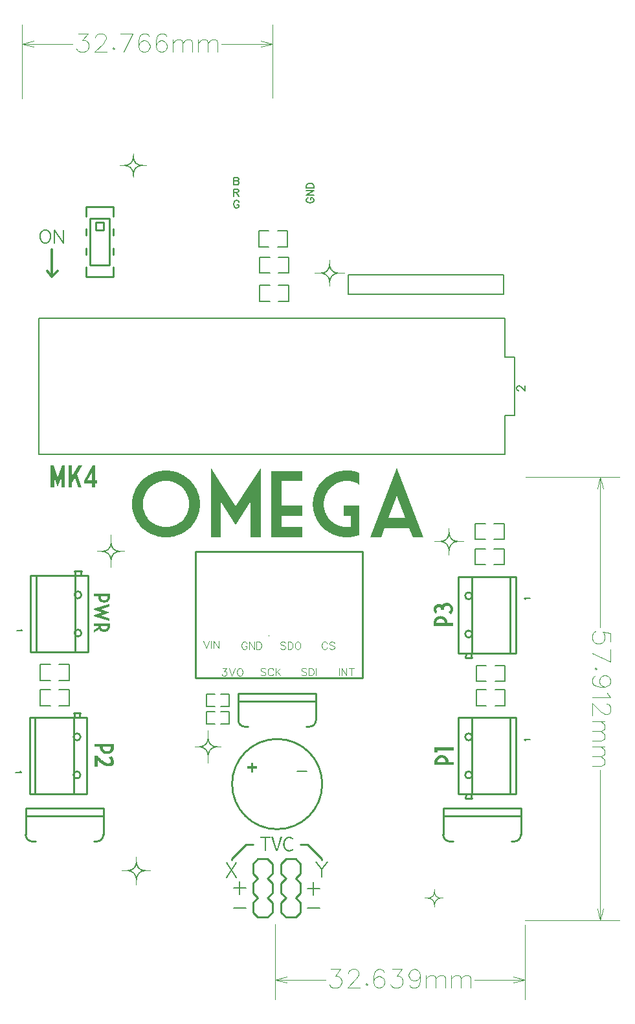
<source format=gto>
G04 Layer: TopSilkLayer*
G04 EasyEDA v6.3.22, 2020-04-01T11:54:54--7:00*
G04 ca9891681b394fd3aee58acbbe32b52a,95dd31e7bbc04d03a1fa04b442bf807f,10*
G04 Gerber Generator version 0.2*
G04 Scale: 100 percent, Rotated: No, Reflected: No *
G04 Dimensions in millimeters *
G04 leading zeros omitted , absolute positions ,3 integer and 3 decimal *
%FSLAX33Y33*%
%MOMM*%
G90*
G71D02*

%ADD10C,0.254000*%
%ADD31C,0.299999*%
%ADD32C,0.203200*%
%ADD33C,0.200000*%
%ADD34C,0.199898*%
%ADD35C,0.202999*%
%ADD36C,0.101600*%
%ADD37C,0.010008*%
%ADD38C,0.121920*%
%ADD39C,0.152400*%
%ADD40C,0.159995*%

%LPD*%

%LPD*%
G36*
G01X53982Y5173D02*
G01X53980Y5197D01*
G01X53978Y5187D01*
G01X53976Y5147D01*
G01X53975Y5080D01*
G01X53973Y5021D01*
G01X53971Y4958D01*
G01X53969Y4894D01*
G01X53962Y4763D01*
G01X53958Y4697D01*
G01X53953Y4634D01*
G01X53949Y4574D01*
G01X53944Y4517D01*
G01X53938Y4465D01*
G01X53933Y4419D01*
G01X53917Y4315D01*
G01X53904Y4254D01*
G01X53891Y4196D01*
G01X53875Y4141D01*
G01X53858Y4089D01*
G01X53839Y4040D01*
G01X53819Y3993D01*
G01X53796Y3950D01*
G01X53770Y3909D01*
G01X53742Y3871D01*
G01X53712Y3835D01*
G01X53680Y3802D01*
G01X53645Y3771D01*
G01X53606Y3743D01*
G01X53566Y3717D01*
G01X53521Y3693D01*
G01X53474Y3671D01*
G01X53424Y3651D01*
G01X53369Y3633D01*
G01X53313Y3616D01*
G01X53251Y3602D01*
G01X53187Y3589D01*
G01X53118Y3578D01*
G01X53045Y3568D01*
G01X52969Y3560D01*
G01X52888Y3552D01*
G01X52803Y3546D01*
G01X52713Y3542D01*
G01X52625Y3537D01*
G01X52553Y3532D01*
G01X52504Y3527D01*
G01X52486Y3522D01*
G01X52505Y3517D01*
G01X52557Y3512D01*
G01X52634Y3507D01*
G01X52728Y3503D01*
G01X52821Y3498D01*
G01X52910Y3493D01*
G01X52992Y3485D01*
G01X53069Y3477D01*
G01X53142Y3467D01*
G01X53209Y3455D01*
G01X53272Y3442D01*
G01X53332Y3427D01*
G01X53387Y3411D01*
G01X53438Y3392D01*
G01X53486Y3372D01*
G01X53531Y3349D01*
G01X53573Y3325D01*
G01X53613Y3298D01*
G01X53649Y3269D01*
G01X53684Y3239D01*
G01X53712Y3210D01*
G01X53739Y3180D01*
G01X53763Y3148D01*
G01X53786Y3113D01*
G01X53807Y3076D01*
G01X53827Y3036D01*
G01X53845Y2994D01*
G01X53862Y2948D01*
G01X53877Y2899D01*
G01X53891Y2846D01*
G01X53904Y2789D01*
G01X53916Y2729D01*
G01X53926Y2664D01*
G01X53935Y2595D01*
G01X53943Y2521D01*
G01X53950Y2442D01*
G01X53956Y2358D01*
G01X53962Y2269D01*
G01X53966Y2174D01*
G01X53970Y2074D01*
G01X53979Y1769D01*
G01X53990Y2072D01*
G01X53994Y2174D01*
G01X53999Y2271D01*
G01X54005Y2361D01*
G01X54012Y2447D01*
G01X54020Y2526D01*
G01X54028Y2601D01*
G01X54038Y2672D01*
G01X54049Y2738D01*
G01X54061Y2799D01*
G01X54075Y2856D01*
G01X54089Y2910D01*
G01X54105Y2960D01*
G01X54123Y3006D01*
G01X54142Y3049D01*
G01X54162Y3089D01*
G01X54184Y3126D01*
G01X54207Y3161D01*
G01X54233Y3193D01*
G01X54259Y3223D01*
G01X54288Y3251D01*
G01X54322Y3280D01*
G01X54359Y3307D01*
G01X54398Y3332D01*
G01X54440Y3355D01*
G01X54486Y3377D01*
G01X54535Y3396D01*
G01X54587Y3414D01*
G01X54643Y3431D01*
G01X54703Y3445D01*
G01X54766Y3457D01*
G01X54835Y3469D01*
G01X54907Y3479D01*
G01X54984Y3487D01*
G01X55066Y3494D01*
G01X55153Y3499D01*
G01X55245Y3503D01*
G01X55338Y3507D01*
G01X55415Y3513D01*
G01X55467Y3518D01*
G01X55486Y3524D01*
G01X55478Y3529D01*
G01X55455Y3533D01*
G01X55421Y3535D01*
G01X55380Y3536D01*
G01X55317Y3537D01*
G01X55243Y3541D01*
G01X55162Y3546D01*
G01X55077Y3552D01*
G01X54993Y3560D01*
G01X54913Y3569D01*
G01X54840Y3578D01*
G01X54778Y3587D01*
G01X54708Y3601D01*
G01X54643Y3616D01*
G01X54581Y3634D01*
G01X54524Y3654D01*
G01X54469Y3676D01*
G01X54419Y3702D01*
G01X54372Y3730D01*
G01X54329Y3761D01*
G01X54289Y3795D01*
G01X54252Y3832D01*
G01X54218Y3872D01*
G01X54187Y3917D01*
G01X54159Y3964D01*
G01X54134Y4015D01*
G01X54111Y4071D01*
G01X54090Y4130D01*
G01X54072Y4193D01*
G01X54056Y4260D01*
G01X54043Y4332D01*
G01X54030Y4408D01*
G01X54027Y4437D01*
G01X54023Y4477D01*
G01X54019Y4525D01*
G01X54015Y4581D01*
G01X54010Y4644D01*
G01X54005Y4712D01*
G01X54001Y4784D01*
G01X53997Y4860D01*
G01X53992Y4938D01*
G01X53989Y5017D01*
G01X53985Y5096D01*
G01X53982Y5173D01*
G37*

%LPC*%
G36*
G01X54032Y3955D02*
G01X53977Y4068D01*
G01X53958Y4015D01*
G01X53939Y3966D01*
G01X53915Y3919D01*
G01X53888Y3872D01*
G01X53857Y3827D01*
G01X53823Y3785D01*
G01X53786Y3743D01*
G01X53746Y3705D01*
G01X53703Y3669D01*
G01X53659Y3636D01*
G01X53612Y3606D01*
G01X53564Y3580D01*
G01X53514Y3558D01*
G01X53439Y3527D01*
G01X53561Y3466D01*
G01X53630Y3427D01*
G01X53694Y3384D01*
G01X53753Y3335D01*
G01X53806Y3282D01*
G01X53854Y3224D01*
G01X53895Y3162D01*
G01X53930Y3097D01*
G01X53958Y3029D01*
G01X53977Y2976D01*
G01X54039Y3103D01*
G01X54072Y3164D01*
G01X54107Y3220D01*
G01X54146Y3272D01*
G01X54189Y3319D01*
G01X54236Y3361D01*
G01X54287Y3401D01*
G01X54342Y3436D01*
G01X54403Y3468D01*
G01X54524Y3527D01*
G01X54456Y3553D01*
G01X54377Y3590D01*
G01X54301Y3637D01*
G01X54229Y3694D01*
G01X54163Y3759D01*
G01X54129Y3800D01*
G01X54093Y3851D01*
G01X54059Y3904D01*
G01X54032Y3955D01*
G37*

%LPD*%
G36*
G01X14991Y9316D02*
G01X14988Y9348D01*
G01X14986Y9335D01*
G01X14983Y9281D01*
G01X14981Y9191D01*
G01X14980Y9132D01*
G01X14978Y9071D01*
G01X14976Y9007D01*
G01X14973Y8943D01*
G01X14970Y8877D01*
G01X14963Y8746D01*
G01X14959Y8681D01*
G01X14955Y8618D01*
G01X14949Y8556D01*
G01X14945Y8497D01*
G01X14940Y8441D01*
G01X14934Y8389D01*
G01X14929Y8340D01*
G01X14924Y8297D01*
G01X14918Y8258D01*
G01X14907Y8190D01*
G01X14895Y8126D01*
G01X14882Y8063D01*
G01X14867Y8004D01*
G01X14851Y7947D01*
G01X14834Y7892D01*
G01X14815Y7840D01*
G01X14795Y7790D01*
G01X14773Y7742D01*
G01X14749Y7697D01*
G01X14724Y7654D01*
G01X14697Y7613D01*
G01X14667Y7574D01*
G01X14637Y7537D01*
G01X14603Y7502D01*
G01X14568Y7469D01*
G01X14530Y7438D01*
G01X14490Y7409D01*
G01X14448Y7382D01*
G01X14403Y7356D01*
G01X14357Y7332D01*
G01X14307Y7310D01*
G01X14254Y7289D01*
G01X14199Y7269D01*
G01X14141Y7252D01*
G01X14081Y7235D01*
G01X14017Y7221D01*
G01X13950Y7207D01*
G01X13881Y7195D01*
G01X13807Y7184D01*
G01X13731Y7174D01*
G01X13652Y7165D01*
G01X13569Y7157D01*
G01X13483Y7151D01*
G01X13393Y7145D01*
G01X13299Y7140D01*
G01X13182Y7134D01*
G01X13086Y7127D01*
G01X13021Y7120D01*
G01X12997Y7114D01*
G01X13022Y7108D01*
G01X13091Y7101D01*
G01X13194Y7094D01*
G01X13319Y7088D01*
G01X13419Y7084D01*
G01X13515Y7078D01*
G01X13606Y7071D01*
G01X13692Y7063D01*
G01X13774Y7054D01*
G01X13852Y7043D01*
G01X13926Y7032D01*
G01X13995Y7019D01*
G01X14061Y7004D01*
G01X14124Y6988D01*
G01X14183Y6970D01*
G01X14239Y6951D01*
G01X14293Y6931D01*
G01X14342Y6908D01*
G01X14390Y6884D01*
G01X14435Y6858D01*
G01X14478Y6830D01*
G01X14519Y6801D01*
G01X14557Y6769D01*
G01X14594Y6736D01*
G01X14621Y6709D01*
G01X14647Y6681D01*
G01X14672Y6652D01*
G01X14695Y6621D01*
G01X14717Y6589D01*
G01X14738Y6555D01*
G01X14758Y6519D01*
G01X14777Y6482D01*
G01X14795Y6442D01*
G01X14812Y6401D01*
G01X14828Y6358D01*
G01X14843Y6311D01*
G01X14857Y6264D01*
G01X14870Y6213D01*
G01X14882Y6160D01*
G01X14894Y6104D01*
G01X14904Y6045D01*
G01X14914Y5983D01*
G01X14923Y5918D01*
G01X14932Y5851D01*
G01X14939Y5780D01*
G01X14946Y5705D01*
G01X14952Y5627D01*
G01X14958Y5546D01*
G01X14963Y5461D01*
G01X14968Y5372D01*
G01X14971Y5279D01*
G01X14975Y5183D01*
G01X14988Y4777D01*
G01X15002Y5181D01*
G01X15006Y5279D01*
G01X15010Y5373D01*
G01X15015Y5463D01*
G01X15021Y5549D01*
G01X15027Y5632D01*
G01X15034Y5711D01*
G01X15041Y5787D01*
G01X15050Y5859D01*
G01X15059Y5928D01*
G01X15068Y5993D01*
G01X15078Y6056D01*
G01X15090Y6116D01*
G01X15102Y6173D01*
G01X15115Y6227D01*
G01X15128Y6278D01*
G01X15143Y6327D01*
G01X15159Y6373D01*
G01X15175Y6418D01*
G01X15193Y6459D01*
G01X15211Y6499D01*
G01X15231Y6537D01*
G01X15251Y6573D01*
G01X15273Y6607D01*
G01X15296Y6639D01*
G01X15320Y6670D01*
G01X15345Y6698D01*
G01X15372Y6726D01*
G01X15399Y6752D01*
G01X15435Y6784D01*
G01X15473Y6813D01*
G01X15514Y6841D01*
G01X15557Y6868D01*
G01X15602Y6892D01*
G01X15650Y6915D01*
G01X15702Y6937D01*
G01X15756Y6957D01*
G01X15813Y6975D01*
G01X15872Y6992D01*
G01X15936Y7007D01*
G01X16003Y7022D01*
G01X16073Y7034D01*
G01X16147Y7046D01*
G01X16225Y7056D01*
G01X16306Y7065D01*
G01X16392Y7073D01*
G01X16482Y7079D01*
G01X16576Y7085D01*
G01X16675Y7089D01*
G01X16800Y7095D01*
G01X16902Y7102D01*
G01X16971Y7109D01*
G01X16997Y7117D01*
G01X16985Y7123D01*
G01X16955Y7128D01*
G01X16910Y7132D01*
G01X16855Y7133D01*
G01X16801Y7134D01*
G01X16740Y7136D01*
G01X16673Y7139D01*
G01X16601Y7143D01*
G01X16527Y7149D01*
G01X16452Y7155D01*
G01X16376Y7161D01*
G01X16303Y7168D01*
G01X16232Y7176D01*
G01X16166Y7184D01*
G01X16105Y7193D01*
G01X16052Y7201D01*
G01X15985Y7214D01*
G01X15921Y7227D01*
G01X15860Y7243D01*
G01X15801Y7259D01*
G01X15745Y7278D01*
G01X15692Y7298D01*
G01X15641Y7320D01*
G01X15593Y7344D01*
G01X15547Y7370D01*
G01X15503Y7397D01*
G01X15462Y7426D01*
G01X15423Y7458D01*
G01X15386Y7491D01*
G01X15351Y7528D01*
G01X15319Y7566D01*
G01X15288Y7606D01*
G01X15259Y7649D01*
G01X15232Y7694D01*
G01X15207Y7742D01*
G01X15184Y7792D01*
G01X15163Y7846D01*
G01X15143Y7901D01*
G01X15125Y7959D01*
G01X15108Y8021D01*
G01X15093Y8085D01*
G01X15079Y8152D01*
G01X15067Y8222D01*
G01X15056Y8295D01*
G01X15052Y8323D01*
G01X15048Y8359D01*
G01X15044Y8402D01*
G01X15040Y8451D01*
G01X15036Y8506D01*
G01X15032Y8566D01*
G01X15027Y8631D01*
G01X15023Y8700D01*
G01X15018Y8772D01*
G01X15013Y8847D01*
G01X15009Y8924D01*
G01X15005Y9002D01*
G01X14997Y9160D01*
G01X14991Y9316D01*
G37*

%LPC*%
G36*
G01X15058Y7691D02*
G01X14984Y7842D01*
G01X14959Y7771D01*
G01X14940Y7723D01*
G01X14918Y7674D01*
G01X14894Y7627D01*
G01X14866Y7581D01*
G01X14835Y7536D01*
G01X14802Y7493D01*
G01X14767Y7450D01*
G01X14729Y7410D01*
G01X14690Y7371D01*
G01X14648Y7333D01*
G01X14605Y7299D01*
G01X14560Y7266D01*
G01X14514Y7236D01*
G01X14466Y7208D01*
G01X14417Y7183D01*
G01X14367Y7161D01*
G01X14266Y7120D01*
G01X14431Y7038D01*
G01X14492Y7006D01*
G01X14551Y6969D01*
G01X14607Y6930D01*
G01X14660Y6887D01*
G01X14710Y6842D01*
G01X14756Y6793D01*
G01X14800Y6743D01*
G01X14839Y6690D01*
G01X14875Y6634D01*
G01X14907Y6577D01*
G01X14935Y6518D01*
G01X14959Y6457D01*
G01X14984Y6386D01*
G01X15067Y6555D01*
G01X15095Y6611D01*
G01X15126Y6662D01*
G01X15158Y6712D01*
G01X15192Y6758D01*
G01X15228Y6802D01*
G01X15267Y6843D01*
G01X15308Y6881D01*
G01X15352Y6918D01*
G01X15397Y6952D01*
G01X15446Y6983D01*
G01X15498Y7013D01*
G01X15552Y7041D01*
G01X15714Y7120D01*
G01X15624Y7155D01*
G01X15571Y7178D01*
G01X15518Y7204D01*
G01X15467Y7234D01*
G01X15416Y7268D01*
G01X15367Y7305D01*
G01X15320Y7344D01*
G01X15275Y7385D01*
G01X15232Y7430D01*
G01X15187Y7484D01*
G01X15139Y7552D01*
G01X15094Y7624D01*
G01X15058Y7691D01*
G37*

%LPD*%
G36*
G01X24377Y25493D02*
G01X24375Y25525D01*
G01X24372Y25512D01*
G01X24370Y25458D01*
G01X24368Y25369D01*
G01X24367Y25310D01*
G01X24365Y25249D01*
G01X24363Y25185D01*
G01X24360Y25121D01*
G01X24357Y25055D01*
G01X24350Y24924D01*
G01X24346Y24859D01*
G01X24341Y24795D01*
G01X24336Y24734D01*
G01X24332Y24675D01*
G01X24327Y24619D01*
G01X24321Y24566D01*
G01X24316Y24518D01*
G01X24310Y24474D01*
G01X24305Y24436D01*
G01X24294Y24368D01*
G01X24282Y24304D01*
G01X24269Y24241D01*
G01X24254Y24182D01*
G01X24238Y24125D01*
G01X24221Y24070D01*
G01X24202Y24018D01*
G01X24182Y23968D01*
G01X24160Y23920D01*
G01X24137Y23875D01*
G01X24111Y23832D01*
G01X24084Y23791D01*
G01X24054Y23752D01*
G01X24023Y23715D01*
G01X23990Y23680D01*
G01X23955Y23647D01*
G01X23917Y23616D01*
G01X23877Y23587D01*
G01X23835Y23560D01*
G01X23790Y23534D01*
G01X23743Y23510D01*
G01X23694Y23487D01*
G01X23641Y23467D01*
G01X23586Y23447D01*
G01X23528Y23429D01*
G01X23468Y23413D01*
G01X23404Y23398D01*
G01X23337Y23385D01*
G01X23267Y23373D01*
G01X23194Y23361D01*
G01X23118Y23352D01*
G01X23039Y23343D01*
G01X22956Y23335D01*
G01X22870Y23328D01*
G01X22780Y23323D01*
G01X22686Y23318D01*
G01X22569Y23312D01*
G01X22472Y23305D01*
G01X22407Y23298D01*
G01X22384Y23292D01*
G01X22409Y23286D01*
G01X22478Y23279D01*
G01X22581Y23271D01*
G01X22706Y23266D01*
G01X22806Y23261D01*
G01X22902Y23256D01*
G01X22993Y23249D01*
G01X23079Y23241D01*
G01X23161Y23232D01*
G01X23239Y23221D01*
G01X23313Y23210D01*
G01X23382Y23196D01*
G01X23448Y23182D01*
G01X23511Y23166D01*
G01X23570Y23148D01*
G01X23626Y23129D01*
G01X23679Y23108D01*
G01X23729Y23086D01*
G01X23777Y23062D01*
G01X23822Y23036D01*
G01X23865Y23008D01*
G01X23905Y22978D01*
G01X23944Y22947D01*
G01X23981Y22913D01*
G01X24008Y22887D01*
G01X24034Y22858D01*
G01X24058Y22830D01*
G01X24082Y22799D01*
G01X24104Y22767D01*
G01X24125Y22733D01*
G01X24145Y22697D01*
G01X24164Y22660D01*
G01X24182Y22620D01*
G01X24199Y22579D01*
G01X24214Y22535D01*
G01X24230Y22489D01*
G01X24244Y22441D01*
G01X24257Y22391D01*
G01X24269Y22337D01*
G01X24280Y22281D01*
G01X24291Y22222D01*
G01X24301Y22160D01*
G01X24310Y22096D01*
G01X24318Y22028D01*
G01X24326Y21957D01*
G01X24333Y21883D01*
G01X24339Y21805D01*
G01X24345Y21724D01*
G01X24350Y21638D01*
G01X24355Y21550D01*
G01X24358Y21457D01*
G01X24362Y21360D01*
G01X24374Y20955D01*
G01X24389Y21359D01*
G01X24393Y21457D01*
G01X24397Y21551D01*
G01X24402Y21641D01*
G01X24408Y21727D01*
G01X24414Y21810D01*
G01X24421Y21889D01*
G01X24428Y21964D01*
G01X24436Y22037D01*
G01X24445Y22105D01*
G01X24455Y22171D01*
G01X24465Y22234D01*
G01X24476Y22294D01*
G01X24489Y22350D01*
G01X24501Y22404D01*
G01X24515Y22456D01*
G01X24530Y22504D01*
G01X24546Y22551D01*
G01X24562Y22595D01*
G01X24580Y22637D01*
G01X24598Y22677D01*
G01X24618Y22715D01*
G01X24639Y22750D01*
G01X24660Y22784D01*
G01X24683Y22816D01*
G01X24707Y22847D01*
G01X24732Y22876D01*
G01X24758Y22904D01*
G01X24786Y22930D01*
G01X24822Y22962D01*
G01X24860Y22991D01*
G01X24901Y23019D01*
G01X24944Y23045D01*
G01X24990Y23070D01*
G01X25037Y23093D01*
G01X25089Y23115D01*
G01X25142Y23134D01*
G01X25199Y23153D01*
G01X25259Y23169D01*
G01X25323Y23185D01*
G01X25389Y23199D01*
G01X25460Y23212D01*
G01X25534Y23224D01*
G01X25612Y23234D01*
G01X25693Y23243D01*
G01X25779Y23251D01*
G01X25869Y23257D01*
G01X25963Y23262D01*
G01X26061Y23266D01*
G01X26186Y23273D01*
G01X26289Y23280D01*
G01X26358Y23287D01*
G01X26383Y23294D01*
G01X26372Y23301D01*
G01X26342Y23306D01*
G01X26297Y23310D01*
G01X26242Y23311D01*
G01X26188Y23312D01*
G01X26127Y23314D01*
G01X26060Y23317D01*
G01X25988Y23321D01*
G01X25914Y23326D01*
G01X25839Y23332D01*
G01X25763Y23339D01*
G01X25690Y23346D01*
G01X25619Y23354D01*
G01X25552Y23362D01*
G01X25492Y23371D01*
G01X25439Y23379D01*
G01X25372Y23391D01*
G01X25308Y23405D01*
G01X25247Y23420D01*
G01X25188Y23437D01*
G01X25132Y23456D01*
G01X25079Y23476D01*
G01X25028Y23498D01*
G01X24980Y23521D01*
G01X24934Y23547D01*
G01X24890Y23575D01*
G01X24849Y23604D01*
G01X24810Y23636D01*
G01X24773Y23669D01*
G01X24738Y23705D01*
G01X24706Y23743D01*
G01X24675Y23784D01*
G01X24646Y23827D01*
G01X24619Y23872D01*
G01X24594Y23920D01*
G01X24571Y23970D01*
G01X24550Y24023D01*
G01X24530Y24079D01*
G01X24512Y24137D01*
G01X24495Y24199D01*
G01X24480Y24263D01*
G01X24466Y24330D01*
G01X24454Y24400D01*
G01X24442Y24473D01*
G01X24439Y24501D01*
G01X24435Y24537D01*
G01X24431Y24580D01*
G01X24427Y24629D01*
G01X24423Y24684D01*
G01X24419Y24744D01*
G01X24414Y24809D01*
G01X24409Y24878D01*
G01X24405Y24950D01*
G01X24401Y25025D01*
G01X24396Y25101D01*
G01X24392Y25180D01*
G01X24388Y25258D01*
G01X24384Y25338D01*
G01X24380Y25416D01*
G01X24377Y25493D01*
G37*

%LPC*%
G36*
G01X24444Y23869D02*
G01X24371Y24020D01*
G01X24346Y23949D01*
G01X24327Y23900D01*
G01X24305Y23852D01*
G01X24280Y23805D01*
G01X24252Y23759D01*
G01X24222Y23714D01*
G01X24189Y23670D01*
G01X24154Y23628D01*
G01X24116Y23587D01*
G01X24077Y23548D01*
G01X24035Y23511D01*
G01X23992Y23477D01*
G01X23947Y23444D01*
G01X23900Y23414D01*
G01X23853Y23386D01*
G01X23804Y23361D01*
G01X23754Y23339D01*
G01X23653Y23297D01*
G01X23818Y23216D01*
G01X23879Y23184D01*
G01X23938Y23147D01*
G01X23994Y23107D01*
G01X24047Y23065D01*
G01X24096Y23020D01*
G01X24143Y22971D01*
G01X24186Y22920D01*
G01X24227Y22868D01*
G01X24262Y22812D01*
G01X24294Y22755D01*
G01X24323Y22695D01*
G01X24346Y22634D01*
G01X24371Y22564D01*
G01X24454Y22733D01*
G01X24482Y22788D01*
G01X24513Y22840D01*
G01X24545Y22889D01*
G01X24579Y22936D01*
G01X24615Y22979D01*
G01X24654Y23021D01*
G01X24695Y23059D01*
G01X24739Y23096D01*
G01X24784Y23130D01*
G01X24833Y23161D01*
G01X24884Y23191D01*
G01X24939Y23219D01*
G01X25101Y23297D01*
G01X25010Y23333D01*
G01X24958Y23356D01*
G01X24905Y23382D01*
G01X24853Y23412D01*
G01X24803Y23446D01*
G01X24754Y23482D01*
G01X24707Y23521D01*
G01X24662Y23563D01*
G01X24619Y23607D01*
G01X24574Y23662D01*
G01X24526Y23730D01*
G01X24481Y23801D01*
G01X24444Y23869D01*
G37*

%LPD*%
G36*
G01X55889Y52321D02*
G01X55887Y52353D01*
G01X55884Y52340D01*
G01X55882Y52287D01*
G01X55880Y52197D01*
G01X55878Y52138D01*
G01X55876Y52077D01*
G01X55874Y52014D01*
G01X55872Y51949D01*
G01X55869Y51883D01*
G01X55865Y51818D01*
G01X55861Y51752D01*
G01X55857Y51687D01*
G01X55853Y51623D01*
G01X55848Y51562D01*
G01X55843Y51503D01*
G01X55838Y51447D01*
G01X55833Y51394D01*
G01X55827Y51346D01*
G01X55822Y51302D01*
G01X55817Y51264D01*
G01X55806Y51196D01*
G01X55794Y51132D01*
G01X55780Y51070D01*
G01X55766Y51010D01*
G01X55750Y50953D01*
G01X55733Y50898D01*
G01X55714Y50846D01*
G01X55694Y50796D01*
G01X55672Y50748D01*
G01X55648Y50703D01*
G01X55622Y50660D01*
G01X55595Y50619D01*
G01X55566Y50580D01*
G01X55535Y50543D01*
G01X55502Y50508D01*
G01X55466Y50475D01*
G01X55428Y50444D01*
G01X55389Y50415D01*
G01X55347Y50388D01*
G01X55302Y50362D01*
G01X55255Y50338D01*
G01X55205Y50315D01*
G01X55153Y50295D01*
G01X55098Y50275D01*
G01X55040Y50257D01*
G01X54979Y50241D01*
G01X54915Y50226D01*
G01X54849Y50213D01*
G01X54779Y50201D01*
G01X54706Y50189D01*
G01X54630Y50180D01*
G01X54550Y50171D01*
G01X54467Y50163D01*
G01X54381Y50157D01*
G01X54291Y50151D01*
G01X54198Y50146D01*
G01X54080Y50140D01*
G01X53984Y50133D01*
G01X53919Y50126D01*
G01X53895Y50120D01*
G01X53921Y50114D01*
G01X53990Y50107D01*
G01X54092Y50100D01*
G01X54217Y50094D01*
G01X54318Y50089D01*
G01X54413Y50084D01*
G01X54504Y50077D01*
G01X54591Y50069D01*
G01X54672Y50060D01*
G01X54750Y50049D01*
G01X54824Y50038D01*
G01X54894Y50024D01*
G01X54960Y50010D01*
G01X55023Y49994D01*
G01X55081Y49976D01*
G01X55138Y49957D01*
G01X55191Y49936D01*
G01X55241Y49914D01*
G01X55289Y49890D01*
G01X55333Y49864D01*
G01X55377Y49836D01*
G01X55417Y49806D01*
G01X55456Y49775D01*
G01X55493Y49741D01*
G01X55520Y49715D01*
G01X55545Y49687D01*
G01X55570Y49658D01*
G01X55593Y49627D01*
G01X55615Y49595D01*
G01X55636Y49560D01*
G01X55656Y49525D01*
G01X55675Y49488D01*
G01X55693Y49448D01*
G01X55710Y49407D01*
G01X55726Y49363D01*
G01X55741Y49318D01*
G01X55755Y49269D01*
G01X55768Y49219D01*
G01X55780Y49165D01*
G01X55792Y49109D01*
G01X55803Y49050D01*
G01X55812Y48989D01*
G01X55822Y48924D01*
G01X55830Y48856D01*
G01X55837Y48785D01*
G01X55844Y48711D01*
G01X55851Y48633D01*
G01X55857Y48552D01*
G01X55861Y48467D01*
G01X55866Y48378D01*
G01X55870Y48285D01*
G01X55873Y48188D01*
G01X55886Y47783D01*
G01X55900Y48187D01*
G01X55904Y48285D01*
G01X55908Y48379D01*
G01X55914Y48469D01*
G01X55919Y48555D01*
G01X55925Y48638D01*
G01X55932Y48717D01*
G01X55940Y48792D01*
G01X55948Y48865D01*
G01X55957Y48934D01*
G01X55966Y48999D01*
G01X55977Y49062D01*
G01X55988Y49122D01*
G01X56000Y49178D01*
G01X56013Y49232D01*
G01X56027Y49284D01*
G01X56042Y49333D01*
G01X56057Y49379D01*
G01X56074Y49423D01*
G01X56091Y49465D01*
G01X56110Y49505D01*
G01X56129Y49543D01*
G01X56150Y49578D01*
G01X56172Y49612D01*
G01X56194Y49644D01*
G01X56218Y49675D01*
G01X56243Y49704D01*
G01X56270Y49732D01*
G01X56297Y49759D01*
G01X56334Y49790D01*
G01X56372Y49819D01*
G01X56412Y49847D01*
G01X56455Y49873D01*
G01X56501Y49898D01*
G01X56549Y49921D01*
G01X56600Y49943D01*
G01X56654Y49962D01*
G01X56711Y49981D01*
G01X56771Y49998D01*
G01X56834Y50013D01*
G01X56901Y50027D01*
G01X56971Y50040D01*
G01X57045Y50052D01*
G01X57123Y50062D01*
G01X57205Y50071D01*
G01X57290Y50079D01*
G01X57380Y50085D01*
G01X57475Y50090D01*
G01X57573Y50094D01*
G01X57698Y50100D01*
G01X57800Y50108D01*
G01X57870Y50115D01*
G01X57895Y50122D01*
G01X57884Y50129D01*
G01X57854Y50134D01*
G01X57808Y50138D01*
G01X57700Y50140D01*
G01X57638Y50142D01*
G01X57571Y50145D01*
G01X57500Y50149D01*
G01X57426Y50154D01*
G01X57350Y50160D01*
G01X57275Y50167D01*
G01X57201Y50174D01*
G01X57130Y50182D01*
G01X57064Y50190D01*
G01X57004Y50199D01*
G01X56950Y50207D01*
G01X56884Y50219D01*
G01X56820Y50233D01*
G01X56758Y50248D01*
G01X56700Y50265D01*
G01X56644Y50284D01*
G01X56590Y50304D01*
G01X56539Y50326D01*
G01X56491Y50349D01*
G01X56445Y50375D01*
G01X56402Y50403D01*
G01X56360Y50432D01*
G01X56321Y50464D01*
G01X56284Y50498D01*
G01X56250Y50533D01*
G01X56217Y50571D01*
G01X56186Y50612D01*
G01X56157Y50655D01*
G01X56131Y50700D01*
G01X56106Y50748D01*
G01X56083Y50798D01*
G01X56061Y50851D01*
G01X56041Y50907D01*
G01X56023Y50965D01*
G01X56007Y51027D01*
G01X55991Y51091D01*
G01X55978Y51158D01*
G01X55965Y51228D01*
G01X55954Y51301D01*
G01X55951Y51329D01*
G01X55947Y51365D01*
G01X55943Y51408D01*
G01X55939Y51457D01*
G01X55934Y51512D01*
G01X55930Y51573D01*
G01X55926Y51637D01*
G01X55921Y51706D01*
G01X55917Y51778D01*
G01X55912Y51853D01*
G01X55907Y51929D01*
G01X55903Y52008D01*
G01X55899Y52086D01*
G01X55896Y52166D01*
G01X55892Y52244D01*
G01X55889Y52321D01*
G37*

%LPC*%
G36*
G01X55956Y50697D02*
G01X55883Y50848D01*
G01X55858Y50777D01*
G01X55839Y50728D01*
G01X55817Y50680D01*
G01X55792Y50633D01*
G01X55764Y50587D01*
G01X55734Y50542D01*
G01X55701Y50498D01*
G01X55665Y50456D01*
G01X55628Y50415D01*
G01X55588Y50376D01*
G01X55547Y50339D01*
G01X55503Y50305D01*
G01X55458Y50272D01*
G01X55412Y50242D01*
G01X55364Y50214D01*
G01X55315Y50189D01*
G01X55265Y50167D01*
G01X55165Y50126D01*
G01X55329Y50044D01*
G01X55390Y50012D01*
G01X55449Y49975D01*
G01X55505Y49936D01*
G01X55558Y49893D01*
G01X55608Y49848D01*
G01X55655Y49800D01*
G01X55698Y49749D01*
G01X55738Y49696D01*
G01X55774Y49640D01*
G01X55806Y49583D01*
G01X55834Y49523D01*
G01X55858Y49462D01*
G01X55883Y49392D01*
G01X55965Y49561D01*
G01X55994Y49616D01*
G01X56024Y49668D01*
G01X56056Y49717D01*
G01X56090Y49764D01*
G01X56127Y49807D01*
G01X56166Y49849D01*
G01X56207Y49887D01*
G01X56250Y49924D01*
G01X56296Y49958D01*
G01X56345Y49990D01*
G01X56396Y50019D01*
G01X56450Y50047D01*
G01X56613Y50125D01*
G01X56522Y50161D01*
G01X56469Y50184D01*
G01X56416Y50210D01*
G01X56365Y50241D01*
G01X56314Y50274D01*
G01X56266Y50310D01*
G01X56218Y50349D01*
G01X56173Y50391D01*
G01X56130Y50435D01*
G01X56085Y50490D01*
G01X56037Y50558D01*
G01X55992Y50630D01*
G01X55956Y50697D01*
G37*

%LPD*%
G36*
G01X11677Y51020D02*
G01X11675Y51052D01*
G01X11672Y51039D01*
G01X11670Y50985D01*
G01X11668Y50896D01*
G01X11667Y50837D01*
G01X11665Y50776D01*
G01X11663Y50712D01*
G01X11660Y50648D01*
G01X11657Y50582D01*
G01X11650Y50451D01*
G01X11645Y50386D01*
G01X11641Y50322D01*
G01X11636Y50261D01*
G01X11632Y50202D01*
G01X11627Y50146D01*
G01X11621Y50093D01*
G01X11616Y50045D01*
G01X11610Y50001D01*
G01X11605Y49963D01*
G01X11594Y49895D01*
G01X11582Y49831D01*
G01X11569Y49768D01*
G01X11554Y49709D01*
G01X11538Y49652D01*
G01X11521Y49597D01*
G01X11502Y49545D01*
G01X11482Y49495D01*
G01X11460Y49447D01*
G01X11436Y49402D01*
G01X11411Y49359D01*
G01X11384Y49318D01*
G01X11354Y49279D01*
G01X11323Y49242D01*
G01X11290Y49207D01*
G01X11255Y49174D01*
G01X11217Y49143D01*
G01X11177Y49114D01*
G01X11135Y49087D01*
G01X11090Y49061D01*
G01X11043Y49037D01*
G01X10994Y49014D01*
G01X10941Y48994D01*
G01X10886Y48974D01*
G01X10828Y48956D01*
G01X10768Y48940D01*
G01X10704Y48925D01*
G01X10637Y48912D01*
G01X10567Y48900D01*
G01X10494Y48888D01*
G01X10418Y48879D01*
G01X10339Y48870D01*
G01X10256Y48862D01*
G01X10170Y48855D01*
G01X10080Y48850D01*
G01X9986Y48845D01*
G01X9869Y48839D01*
G01X9772Y48832D01*
G01X9707Y48825D01*
G01X9684Y48819D01*
G01X9709Y48813D01*
G01X9778Y48806D01*
G01X9881Y48798D01*
G01X10006Y48793D01*
G01X10106Y48788D01*
G01X10202Y48783D01*
G01X10293Y48776D01*
G01X10379Y48768D01*
G01X10461Y48759D01*
G01X10539Y48748D01*
G01X10613Y48737D01*
G01X10682Y48723D01*
G01X10748Y48709D01*
G01X10811Y48693D01*
G01X10870Y48675D01*
G01X10926Y48656D01*
G01X10979Y48635D01*
G01X11029Y48613D01*
G01X11077Y48589D01*
G01X11122Y48563D01*
G01X11165Y48535D01*
G01X11205Y48505D01*
G01X11244Y48474D01*
G01X11281Y48440D01*
G01X11308Y48414D01*
G01X11333Y48385D01*
G01X11358Y48357D01*
G01X11382Y48326D01*
G01X11404Y48294D01*
G01X11425Y48260D01*
G01X11445Y48224D01*
G01X11464Y48187D01*
G01X11482Y48147D01*
G01X11499Y48106D01*
G01X11514Y48062D01*
G01X11530Y48016D01*
G01X11544Y47968D01*
G01X11557Y47918D01*
G01X11569Y47864D01*
G01X11580Y47808D01*
G01X11591Y47749D01*
G01X11601Y47687D01*
G01X11610Y47623D01*
G01X11618Y47555D01*
G01X11626Y47484D01*
G01X11633Y47410D01*
G01X11639Y47332D01*
G01X11645Y47251D01*
G01X11650Y47165D01*
G01X11655Y47077D01*
G01X11658Y46984D01*
G01X11662Y46887D01*
G01X11674Y46482D01*
G01X11689Y46886D01*
G01X11693Y46984D01*
G01X11697Y47078D01*
G01X11702Y47168D01*
G01X11708Y47254D01*
G01X11714Y47337D01*
G01X11721Y47416D01*
G01X11728Y47491D01*
G01X11736Y47564D01*
G01X11745Y47632D01*
G01X11755Y47698D01*
G01X11765Y47761D01*
G01X11776Y47821D01*
G01X11789Y47877D01*
G01X11801Y47931D01*
G01X11815Y47983D01*
G01X11830Y48031D01*
G01X11846Y48078D01*
G01X11862Y48122D01*
G01X11880Y48164D01*
G01X11898Y48204D01*
G01X11918Y48242D01*
G01X11938Y48277D01*
G01X11960Y48311D01*
G01X11983Y48343D01*
G01X12007Y48374D01*
G01X12032Y48403D01*
G01X12058Y48431D01*
G01X12086Y48457D01*
G01X12122Y48489D01*
G01X12160Y48518D01*
G01X12201Y48546D01*
G01X12244Y48572D01*
G01X12289Y48597D01*
G01X12337Y48620D01*
G01X12389Y48642D01*
G01X12442Y48661D01*
G01X12499Y48680D01*
G01X12559Y48696D01*
G01X12623Y48712D01*
G01X12689Y48726D01*
G01X12760Y48739D01*
G01X12834Y48751D01*
G01X12911Y48761D01*
G01X12993Y48770D01*
G01X13079Y48778D01*
G01X13169Y48784D01*
G01X13263Y48789D01*
G01X13361Y48793D01*
G01X13486Y48800D01*
G01X13589Y48807D01*
G01X13658Y48814D01*
G01X13683Y48821D01*
G01X13672Y48828D01*
G01X13642Y48833D01*
G01X13597Y48837D01*
G01X13542Y48838D01*
G01X13488Y48839D01*
G01X13426Y48841D01*
G01X13360Y48844D01*
G01X13288Y48848D01*
G01X13214Y48853D01*
G01X13139Y48859D01*
G01X13063Y48866D01*
G01X12990Y48873D01*
G01X12919Y48881D01*
G01X12852Y48889D01*
G01X12792Y48898D01*
G01X12739Y48906D01*
G01X12672Y48918D01*
G01X12608Y48932D01*
G01X12547Y48947D01*
G01X12488Y48964D01*
G01X12432Y48983D01*
G01X12379Y49003D01*
G01X12328Y49025D01*
G01X12279Y49048D01*
G01X12234Y49074D01*
G01X12190Y49102D01*
G01X12149Y49131D01*
G01X12110Y49163D01*
G01X12073Y49196D01*
G01X12038Y49232D01*
G01X12006Y49270D01*
G01X11975Y49311D01*
G01X11946Y49354D01*
G01X11919Y49399D01*
G01X11894Y49447D01*
G01X11871Y49497D01*
G01X11850Y49550D01*
G01X11830Y49606D01*
G01X11812Y49664D01*
G01X11795Y49726D01*
G01X11780Y49790D01*
G01X11766Y49857D01*
G01X11754Y49927D01*
G01X11742Y50000D01*
G01X11739Y50028D01*
G01X11735Y50064D01*
G01X11731Y50107D01*
G01X11727Y50156D01*
G01X11723Y50211D01*
G01X11719Y50271D01*
G01X11714Y50336D01*
G01X11709Y50405D01*
G01X11705Y50477D01*
G01X11700Y50552D01*
G01X11696Y50628D01*
G01X11692Y50707D01*
G01X11688Y50785D01*
G01X11684Y50865D01*
G01X11680Y50943D01*
G01X11677Y51020D01*
G37*

%LPC*%
G36*
G01X11744Y49396D02*
G01X11671Y49547D01*
G01X11646Y49476D01*
G01X11627Y49427D01*
G01X11605Y49379D01*
G01X11580Y49332D01*
G01X11552Y49286D01*
G01X11522Y49241D01*
G01X11489Y49197D01*
G01X11454Y49155D01*
G01X11416Y49114D01*
G01X11377Y49075D01*
G01X11335Y49038D01*
G01X11292Y49004D01*
G01X11247Y48971D01*
G01X11200Y48941D01*
G01X11153Y48913D01*
G01X11104Y48888D01*
G01X11054Y48866D01*
G01X10953Y48824D01*
G01X11118Y48743D01*
G01X11179Y48711D01*
G01X11237Y48674D01*
G01X11294Y48634D01*
G01X11347Y48592D01*
G01X11396Y48547D01*
G01X11443Y48498D01*
G01X11486Y48447D01*
G01X11526Y48395D01*
G01X11562Y48339D01*
G01X11594Y48282D01*
G01X11622Y48222D01*
G01X11646Y48161D01*
G01X11671Y48091D01*
G01X11754Y48260D01*
G01X11782Y48315D01*
G01X11813Y48367D01*
G01X11845Y48416D01*
G01X11879Y48463D01*
G01X11915Y48506D01*
G01X11954Y48548D01*
G01X11995Y48586D01*
G01X12039Y48623D01*
G01X12084Y48657D01*
G01X12133Y48688D01*
G01X12184Y48718D01*
G01X12239Y48746D01*
G01X12401Y48824D01*
G01X12310Y48860D01*
G01X12258Y48883D01*
G01X12205Y48909D01*
G01X12153Y48939D01*
G01X12103Y48973D01*
G01X12054Y49009D01*
G01X12007Y49048D01*
G01X11961Y49090D01*
G01X11919Y49134D01*
G01X11874Y49189D01*
G01X11826Y49257D01*
G01X11781Y49328D01*
G01X11744Y49396D01*
G37*

%LPD*%
G36*
G01X14598Y101439D02*
G01X14596Y101471D01*
G01X14593Y101458D01*
G01X14591Y101404D01*
G01X14589Y101315D01*
G01X14588Y101256D01*
G01X14586Y101195D01*
G01X14584Y101131D01*
G01X14581Y101067D01*
G01X14578Y101001D01*
G01X14571Y100870D01*
G01X14566Y100805D01*
G01X14562Y100741D01*
G01X14557Y100680D01*
G01X14553Y100621D01*
G01X14548Y100565D01*
G01X14542Y100512D01*
G01X14537Y100464D01*
G01X14531Y100420D01*
G01X14526Y100382D01*
G01X14515Y100314D01*
G01X14503Y100250D01*
G01X14490Y100187D01*
G01X14475Y100128D01*
G01X14459Y100071D01*
G01X14442Y100016D01*
G01X14423Y99964D01*
G01X14403Y99914D01*
G01X14381Y99866D01*
G01X14357Y99821D01*
G01X14332Y99778D01*
G01X14305Y99737D01*
G01X14275Y99698D01*
G01X14244Y99661D01*
G01X14211Y99626D01*
G01X14176Y99593D01*
G01X14138Y99562D01*
G01X14098Y99533D01*
G01X14056Y99506D01*
G01X14011Y99480D01*
G01X13964Y99456D01*
G01X13915Y99433D01*
G01X13862Y99413D01*
G01X13807Y99393D01*
G01X13749Y99375D01*
G01X13689Y99359D01*
G01X13625Y99344D01*
G01X13558Y99331D01*
G01X13488Y99319D01*
G01X13415Y99307D01*
G01X13339Y99298D01*
G01X13260Y99289D01*
G01X13177Y99281D01*
G01X13091Y99274D01*
G01X13001Y99269D01*
G01X12907Y99264D01*
G01X12790Y99258D01*
G01X12693Y99251D01*
G01X12628Y99244D01*
G01X12605Y99238D01*
G01X12630Y99232D01*
G01X12699Y99225D01*
G01X12802Y99217D01*
G01X12927Y99212D01*
G01X13027Y99207D01*
G01X13123Y99202D01*
G01X13214Y99195D01*
G01X13300Y99187D01*
G01X13382Y99178D01*
G01X13460Y99167D01*
G01X13534Y99156D01*
G01X13603Y99142D01*
G01X13669Y99128D01*
G01X13732Y99112D01*
G01X13791Y99094D01*
G01X13847Y99075D01*
G01X13900Y99054D01*
G01X13950Y99032D01*
G01X13998Y99008D01*
G01X14043Y98982D01*
G01X14086Y98954D01*
G01X14126Y98924D01*
G01X14165Y98893D01*
G01X14202Y98859D01*
G01X14229Y98833D01*
G01X14254Y98804D01*
G01X14279Y98776D01*
G01X14303Y98745D01*
G01X14325Y98713D01*
G01X14346Y98679D01*
G01X14366Y98643D01*
G01X14385Y98606D01*
G01X14403Y98566D01*
G01X14420Y98525D01*
G01X14435Y98481D01*
G01X14451Y98435D01*
G01X14465Y98387D01*
G01X14478Y98337D01*
G01X14490Y98283D01*
G01X14501Y98227D01*
G01X14512Y98168D01*
G01X14522Y98106D01*
G01X14531Y98042D01*
G01X14539Y97974D01*
G01X14547Y97903D01*
G01X14554Y97829D01*
G01X14560Y97751D01*
G01X14566Y97670D01*
G01X14571Y97584D01*
G01X14576Y97496D01*
G01X14579Y97403D01*
G01X14583Y97306D01*
G01X14595Y96901D01*
G01X14610Y97305D01*
G01X14614Y97403D01*
G01X14618Y97497D01*
G01X14623Y97587D01*
G01X14629Y97673D01*
G01X14635Y97756D01*
G01X14642Y97835D01*
G01X14649Y97910D01*
G01X14657Y97983D01*
G01X14666Y98051D01*
G01X14676Y98117D01*
G01X14686Y98180D01*
G01X14697Y98240D01*
G01X14710Y98296D01*
G01X14722Y98350D01*
G01X14736Y98402D01*
G01X14751Y98450D01*
G01X14767Y98497D01*
G01X14783Y98541D01*
G01X14801Y98583D01*
G01X14819Y98623D01*
G01X14839Y98661D01*
G01X14859Y98696D01*
G01X14881Y98730D01*
G01X14904Y98762D01*
G01X14928Y98793D01*
G01X14953Y98822D01*
G01X14979Y98850D01*
G01X15007Y98876D01*
G01X15043Y98908D01*
G01X15081Y98937D01*
G01X15122Y98965D01*
G01X15165Y98991D01*
G01X15210Y99016D01*
G01X15258Y99039D01*
G01X15310Y99061D01*
G01X15363Y99080D01*
G01X15420Y99099D01*
G01X15480Y99115D01*
G01X15544Y99131D01*
G01X15610Y99145D01*
G01X15681Y99158D01*
G01X15755Y99170D01*
G01X15832Y99180D01*
G01X15914Y99189D01*
G01X16000Y99197D01*
G01X16090Y99203D01*
G01X16184Y99208D01*
G01X16282Y99212D01*
G01X16407Y99219D01*
G01X16510Y99226D01*
G01X16579Y99233D01*
G01X16604Y99240D01*
G01X16593Y99247D01*
G01X16563Y99252D01*
G01X16518Y99256D01*
G01X16463Y99257D01*
G01X16409Y99258D01*
G01X16347Y99260D01*
G01X16281Y99263D01*
G01X16209Y99267D01*
G01X16135Y99272D01*
G01X16060Y99278D01*
G01X15984Y99285D01*
G01X15911Y99292D01*
G01X15840Y99300D01*
G01X15773Y99308D01*
G01X15713Y99317D01*
G01X15660Y99325D01*
G01X15593Y99337D01*
G01X15529Y99351D01*
G01X15468Y99366D01*
G01X15409Y99383D01*
G01X15353Y99402D01*
G01X15300Y99422D01*
G01X15249Y99444D01*
G01X15200Y99467D01*
G01X15155Y99493D01*
G01X15111Y99521D01*
G01X15070Y99550D01*
G01X15031Y99582D01*
G01X14994Y99615D01*
G01X14959Y99651D01*
G01X14927Y99689D01*
G01X14896Y99730D01*
G01X14867Y99773D01*
G01X14840Y99818D01*
G01X14815Y99866D01*
G01X14792Y99916D01*
G01X14771Y99969D01*
G01X14751Y100025D01*
G01X14733Y100083D01*
G01X14716Y100145D01*
G01X14701Y100209D01*
G01X14687Y100276D01*
G01X14675Y100346D01*
G01X14663Y100419D01*
G01X14660Y100447D01*
G01X14656Y100483D01*
G01X14652Y100526D01*
G01X14648Y100575D01*
G01X14644Y100630D01*
G01X14640Y100690D01*
G01X14635Y100755D01*
G01X14630Y100824D01*
G01X14626Y100896D01*
G01X14621Y100971D01*
G01X14617Y101047D01*
G01X14613Y101126D01*
G01X14609Y101204D01*
G01X14605Y101284D01*
G01X14601Y101362D01*
G01X14598Y101439D01*
G37*

%LPC*%
G36*
G01X14665Y99815D02*
G01X14592Y99966D01*
G01X14567Y99895D01*
G01X14548Y99846D01*
G01X14526Y99798D01*
G01X14501Y99751D01*
G01X14473Y99705D01*
G01X14443Y99660D01*
G01X14410Y99616D01*
G01X14375Y99574D01*
G01X14337Y99533D01*
G01X14298Y99494D01*
G01X14256Y99457D01*
G01X14213Y99423D01*
G01X14168Y99390D01*
G01X14121Y99360D01*
G01X14074Y99332D01*
G01X14025Y99307D01*
G01X13975Y99285D01*
G01X13874Y99243D01*
G01X14039Y99162D01*
G01X14100Y99130D01*
G01X14158Y99093D01*
G01X14215Y99053D01*
G01X14268Y99011D01*
G01X14317Y98966D01*
G01X14364Y98917D01*
G01X14407Y98866D01*
G01X14447Y98814D01*
G01X14483Y98758D01*
G01X14515Y98701D01*
G01X14543Y98641D01*
G01X14567Y98580D01*
G01X14592Y98510D01*
G01X14675Y98679D01*
G01X14703Y98734D01*
G01X14734Y98786D01*
G01X14766Y98835D01*
G01X14800Y98882D01*
G01X14836Y98925D01*
G01X14875Y98967D01*
G01X14916Y99005D01*
G01X14960Y99042D01*
G01X15005Y99076D01*
G01X15054Y99107D01*
G01X15105Y99137D01*
G01X15160Y99165D01*
G01X15322Y99243D01*
G01X15231Y99279D01*
G01X15179Y99302D01*
G01X15126Y99328D01*
G01X15074Y99358D01*
G01X15024Y99392D01*
G01X14975Y99428D01*
G01X14928Y99467D01*
G01X14882Y99509D01*
G01X14840Y99553D01*
G01X14795Y99608D01*
G01X14747Y99676D01*
G01X14702Y99747D01*
G01X14665Y99815D01*
G37*

%LPD*%
G36*
G01X40268Y87373D02*
G01X40266Y87405D01*
G01X40263Y87392D01*
G01X40261Y87339D01*
G01X40259Y87249D01*
G01X40257Y87190D01*
G01X40255Y87129D01*
G01X40253Y87066D01*
G01X40251Y87001D01*
G01X40248Y86935D01*
G01X40244Y86870D01*
G01X40240Y86804D01*
G01X40236Y86739D01*
G01X40232Y86675D01*
G01X40227Y86614D01*
G01X40222Y86555D01*
G01X40217Y86499D01*
G01X40212Y86446D01*
G01X40206Y86398D01*
G01X40201Y86354D01*
G01X40196Y86316D01*
G01X40185Y86248D01*
G01X40173Y86184D01*
G01X40159Y86122D01*
G01X40145Y86062D01*
G01X40129Y86005D01*
G01X40112Y85950D01*
G01X40093Y85898D01*
G01X40073Y85848D01*
G01X40051Y85800D01*
G01X40027Y85755D01*
G01X40001Y85712D01*
G01X39974Y85671D01*
G01X39945Y85632D01*
G01X39914Y85595D01*
G01X39881Y85560D01*
G01X39845Y85527D01*
G01X39807Y85496D01*
G01X39768Y85467D01*
G01X39726Y85440D01*
G01X39681Y85414D01*
G01X39634Y85390D01*
G01X39584Y85367D01*
G01X39532Y85347D01*
G01X39477Y85327D01*
G01X39419Y85309D01*
G01X39358Y85293D01*
G01X39294Y85278D01*
G01X39228Y85265D01*
G01X39158Y85253D01*
G01X39085Y85241D01*
G01X39009Y85232D01*
G01X38929Y85223D01*
G01X38846Y85215D01*
G01X38760Y85209D01*
G01X38670Y85203D01*
G01X38577Y85198D01*
G01X38459Y85192D01*
G01X38363Y85185D01*
G01X38298Y85178D01*
G01X38274Y85172D01*
G01X38300Y85166D01*
G01X38369Y85159D01*
G01X38471Y85152D01*
G01X38596Y85146D01*
G01X38697Y85141D01*
G01X38792Y85136D01*
G01X38883Y85129D01*
G01X38970Y85121D01*
G01X39051Y85112D01*
G01X39129Y85101D01*
G01X39203Y85090D01*
G01X39273Y85076D01*
G01X39339Y85062D01*
G01X39402Y85046D01*
G01X39460Y85028D01*
G01X39517Y85009D01*
G01X39570Y84988D01*
G01X39620Y84966D01*
G01X39668Y84942D01*
G01X39712Y84916D01*
G01X39756Y84888D01*
G01X39796Y84858D01*
G01X39835Y84827D01*
G01X39872Y84793D01*
G01X39899Y84767D01*
G01X39924Y84739D01*
G01X39949Y84710D01*
G01X39972Y84679D01*
G01X39994Y84647D01*
G01X40015Y84612D01*
G01X40035Y84577D01*
G01X40054Y84540D01*
G01X40072Y84500D01*
G01X40089Y84459D01*
G01X40105Y84415D01*
G01X40120Y84370D01*
G01X40134Y84321D01*
G01X40147Y84271D01*
G01X40159Y84217D01*
G01X40171Y84161D01*
G01X40182Y84102D01*
G01X40191Y84041D01*
G01X40201Y83976D01*
G01X40209Y83908D01*
G01X40216Y83837D01*
G01X40223Y83763D01*
G01X40230Y83685D01*
G01X40236Y83604D01*
G01X40240Y83519D01*
G01X40245Y83430D01*
G01X40249Y83337D01*
G01X40252Y83240D01*
G01X40265Y82835D01*
G01X40279Y83239D01*
G01X40283Y83337D01*
G01X40287Y83431D01*
G01X40293Y83521D01*
G01X40298Y83607D01*
G01X40304Y83690D01*
G01X40311Y83769D01*
G01X40319Y83844D01*
G01X40327Y83917D01*
G01X40336Y83986D01*
G01X40345Y84051D01*
G01X40356Y84114D01*
G01X40367Y84174D01*
G01X40379Y84230D01*
G01X40392Y84284D01*
G01X40406Y84336D01*
G01X40421Y84385D01*
G01X40436Y84431D01*
G01X40453Y84475D01*
G01X40470Y84517D01*
G01X40489Y84557D01*
G01X40508Y84595D01*
G01X40529Y84630D01*
G01X40551Y84664D01*
G01X40573Y84696D01*
G01X40597Y84727D01*
G01X40622Y84756D01*
G01X40649Y84784D01*
G01X40676Y84811D01*
G01X40713Y84842D01*
G01X40751Y84871D01*
G01X40791Y84899D01*
G01X40834Y84925D01*
G01X40880Y84950D01*
G01X40928Y84973D01*
G01X40979Y84995D01*
G01X41033Y85014D01*
G01X41090Y85033D01*
G01X41150Y85050D01*
G01X41213Y85065D01*
G01X41280Y85079D01*
G01X41350Y85092D01*
G01X41424Y85104D01*
G01X41502Y85114D01*
G01X41584Y85123D01*
G01X41669Y85131D01*
G01X41759Y85137D01*
G01X41854Y85142D01*
G01X41952Y85146D01*
G01X42077Y85152D01*
G01X42179Y85160D01*
G01X42249Y85167D01*
G01X42274Y85174D01*
G01X42263Y85181D01*
G01X42233Y85186D01*
G01X42187Y85190D01*
G01X42079Y85192D01*
G01X42017Y85194D01*
G01X41950Y85197D01*
G01X41879Y85201D01*
G01X41805Y85206D01*
G01X41729Y85212D01*
G01X41654Y85219D01*
G01X41580Y85226D01*
G01X41509Y85234D01*
G01X41443Y85242D01*
G01X41383Y85251D01*
G01X41329Y85259D01*
G01X41263Y85271D01*
G01X41199Y85285D01*
G01X41137Y85300D01*
G01X41079Y85317D01*
G01X41023Y85336D01*
G01X40969Y85356D01*
G01X40918Y85378D01*
G01X40870Y85401D01*
G01X40824Y85427D01*
G01X40781Y85455D01*
G01X40739Y85484D01*
G01X40700Y85516D01*
G01X40663Y85550D01*
G01X40629Y85585D01*
G01X40596Y85623D01*
G01X40565Y85664D01*
G01X40536Y85707D01*
G01X40510Y85752D01*
G01X40485Y85800D01*
G01X40462Y85850D01*
G01X40440Y85903D01*
G01X40420Y85959D01*
G01X40402Y86017D01*
G01X40386Y86079D01*
G01X40370Y86143D01*
G01X40357Y86210D01*
G01X40344Y86280D01*
G01X40333Y86353D01*
G01X40330Y86381D01*
G01X40326Y86417D01*
G01X40322Y86460D01*
G01X40318Y86509D01*
G01X40313Y86564D01*
G01X40309Y86625D01*
G01X40305Y86689D01*
G01X40300Y86758D01*
G01X40296Y86830D01*
G01X40291Y86905D01*
G01X40286Y86981D01*
G01X40282Y87060D01*
G01X40278Y87138D01*
G01X40275Y87218D01*
G01X40271Y87296D01*
G01X40268Y87373D01*
G37*

%LPC*%
G36*
G01X40335Y85749D02*
G01X40262Y85900D01*
G01X40237Y85829D01*
G01X40218Y85780D01*
G01X40196Y85732D01*
G01X40171Y85685D01*
G01X40143Y85639D01*
G01X40113Y85594D01*
G01X40080Y85550D01*
G01X40044Y85508D01*
G01X40007Y85467D01*
G01X39967Y85428D01*
G01X39926Y85391D01*
G01X39882Y85357D01*
G01X39837Y85324D01*
G01X39791Y85294D01*
G01X39743Y85266D01*
G01X39694Y85241D01*
G01X39644Y85219D01*
G01X39544Y85178D01*
G01X39708Y85096D01*
G01X39769Y85064D01*
G01X39828Y85027D01*
G01X39884Y84988D01*
G01X39937Y84945D01*
G01X39987Y84900D01*
G01X40034Y84852D01*
G01X40077Y84801D01*
G01X40117Y84748D01*
G01X40153Y84692D01*
G01X40185Y84635D01*
G01X40213Y84575D01*
G01X40237Y84514D01*
G01X40262Y84444D01*
G01X40344Y84613D01*
G01X40373Y84668D01*
G01X40403Y84720D01*
G01X40435Y84769D01*
G01X40469Y84816D01*
G01X40506Y84859D01*
G01X40545Y84901D01*
G01X40586Y84939D01*
G01X40629Y84976D01*
G01X40675Y85010D01*
G01X40724Y85042D01*
G01X40775Y85071D01*
G01X40829Y85099D01*
G01X40992Y85177D01*
G01X40901Y85213D01*
G01X40848Y85236D01*
G01X40795Y85262D01*
G01X40744Y85293D01*
G01X40693Y85326D01*
G01X40645Y85362D01*
G01X40597Y85401D01*
G01X40552Y85443D01*
G01X40509Y85487D01*
G01X40464Y85542D01*
G01X40416Y85610D01*
G01X40371Y85682D01*
G01X40335Y85749D01*
G37*

%LPD*%
G54D31*
G01X3937Y88265D02*
G01X3937Y84709D01*
G01X4699Y85471D01*
G54D10*
G01X30226Y10541D02*
G01X29337Y10541D01*
G01X27432Y8636D01*
G01X27432Y8509D01*
G01X36449Y10541D02*
G01X37338Y10541D01*
G01X39243Y8636D01*
G01X39243Y8509D01*
G01X30226Y6731D02*
G01X30226Y6985D01*
G01X30226Y7596D01*
G54D31*
G01X3937Y84709D02*
G01X3302Y85471D01*
G54D10*
G01X9652Y91821D02*
G01X10668Y91821D01*
G01X10668Y90805D01*
G01X9652Y90805D01*
G01X9652Y91821D01*
G01X8890Y92329D02*
G01X11430Y92329D01*
G01X11430Y86233D01*
G01X8890Y86233D01*
G01X8890Y92329D01*
G01X11960Y93880D02*
G01X11960Y92606D01*
G01X11960Y90955D02*
G01X11960Y90106D01*
G01X11960Y88455D02*
G01X11960Y87606D01*
G01X11960Y85955D02*
G01X11938Y84709D01*
G01X8382Y84709D02*
G01X8382Y85961D01*
G01X8382Y87600D02*
G01X8382Y88461D01*
G01X8382Y90100D02*
G01X8382Y90961D01*
G01X8382Y92600D02*
G01X8382Y93880D01*
G01X11960Y93880D02*
G01X8382Y93880D01*
G01X8382Y84709D02*
G01X11960Y84709D01*
G01X55118Y14224D02*
G01X55118Y11811D01*
G01X65278Y14224D02*
G01X65278Y11811D01*
G01X65278Y14224D02*
G01X55118Y14224D01*
G01X55118Y14224D02*
G01X55118Y15240D01*
G01X55118Y15240D02*
G01X65278Y15240D01*
G01X65278Y15240D02*
G01X65278Y14224D01*
G01X56007Y10922D02*
G01X56388Y10922D01*
G01X64389Y10922D02*
G01X64008Y10922D01*
G01X28321Y29210D02*
G01X28321Y26797D01*
G01X38481Y29210D02*
G01X38481Y26797D01*
G01X38481Y29210D02*
G01X28321Y29210D01*
G01X28321Y29210D02*
G01X28321Y30226D01*
G01X28321Y30226D02*
G01X38481Y30226D01*
G01X38481Y30226D02*
G01X38481Y29210D01*
G01X29210Y25908D02*
G01X29591Y25908D01*
G01X37592Y25908D02*
G01X37211Y25908D01*
G01X508Y14224D02*
G01X508Y11811D01*
G01X10668Y14224D02*
G01X10668Y11811D01*
G01X10668Y14224D02*
G01X508Y14224D01*
G01X508Y14224D02*
G01X508Y15240D01*
G01X508Y15240D02*
G01X10668Y15240D01*
G01X10668Y15240D02*
G01X10668Y14224D01*
G01X1397Y10922D02*
G01X1778Y10922D01*
G01X9779Y10922D02*
G01X9398Y10922D01*
G01X22755Y48762D02*
G01X44555Y48762D01*
G01X44555Y32262D01*
G01X22755Y32262D01*
G01X22755Y48762D01*
G54D32*
G01X64487Y74169D02*
G01X64487Y66549D01*
G01X63217Y66549D01*
G01X63217Y61469D01*
G01X2257Y61469D01*
G01X2257Y79249D01*
G01X63217Y79249D01*
G01X63217Y74169D01*
G01X64487Y74169D01*
G54D33*
G01X26053Y30137D02*
G01X27153Y30137D01*
G01X27153Y28536D01*
G01X26053Y28536D01*
G01X25253Y30137D02*
G01X24153Y30137D01*
G01X24153Y29137D01*
G01X24153Y28536D01*
G01X25253Y28536D01*
G54D10*
G01X35814Y3556D02*
G01X36449Y2921D01*
G01X36449Y2921D02*
G01X36449Y1651D01*
G01X36449Y1651D02*
G01X35814Y1016D01*
G01X34544Y1016D02*
G01X33909Y1651D01*
G01X33909Y1651D02*
G01X33909Y2921D01*
G01X33909Y2921D02*
G01X34544Y3556D01*
G01X36449Y8001D02*
G01X36449Y6731D01*
G01X36449Y6731D02*
G01X35814Y6096D01*
G01X34544Y6096D02*
G01X33909Y6731D01*
G01X35814Y6096D02*
G01X36449Y5461D01*
G01X36449Y5461D02*
G01X36449Y4191D01*
G01X36449Y4191D02*
G01X35814Y3556D01*
G01X34544Y3556D02*
G01X33909Y4191D01*
G01X33909Y4191D02*
G01X33909Y5461D01*
G01X33909Y5461D02*
G01X34544Y6096D01*
G01X35814Y8636D02*
G01X34544Y8636D01*
G01X36449Y8001D02*
G01X35814Y8636D01*
G01X34544Y8636D02*
G01X33909Y8001D01*
G01X33909Y6731D02*
G01X33909Y8001D01*
G01X35814Y1016D02*
G01X34544Y1016D01*
G01X32131Y3556D02*
G01X32766Y2921D01*
G01X32766Y2921D02*
G01X32766Y1651D01*
G01X32766Y1651D02*
G01X32131Y1016D01*
G01X30861Y1016D02*
G01X30226Y1651D01*
G01X30226Y1651D02*
G01X30226Y2921D01*
G01X30226Y2921D02*
G01X30861Y3556D01*
G01X32766Y8001D02*
G01X32766Y6731D01*
G01X32766Y6731D02*
G01X32131Y6096D01*
G01X30861Y6096D02*
G01X30226Y6731D01*
G01X32131Y6096D02*
G01X32766Y5461D01*
G01X32766Y5461D02*
G01X32766Y4191D01*
G01X32766Y4191D02*
G01X32131Y3556D01*
G01X30861Y3556D02*
G01X30226Y4191D01*
G01X30226Y4191D02*
G01X30226Y5461D01*
G01X30226Y5461D02*
G01X30861Y6096D01*
G01X32131Y8636D02*
G01X30861Y8636D01*
G01X32766Y8001D02*
G01X32131Y8636D01*
G01X30861Y8636D02*
G01X30226Y8001D01*
G01X30226Y6731D02*
G01X30226Y8001D01*
G01X32131Y1016D02*
G01X30861Y1016D01*
G54D34*
G01X61768Y47098D02*
G01X63088Y47098D01*
G01X63088Y49168D01*
G01X61768Y49168D01*
G01X60636Y47098D02*
G01X59316Y47098D01*
G01X59316Y49168D01*
G01X60636Y49168D01*
G01X61895Y28683D02*
G01X63215Y28683D01*
G01X63215Y30753D01*
G01X61895Y30753D01*
G01X60763Y28683D02*
G01X59443Y28683D01*
G01X59443Y30753D01*
G01X60763Y30753D01*
G01X4872Y28683D02*
G01X6192Y28683D01*
G01X6192Y30753D01*
G01X4872Y30753D01*
G01X3740Y28683D02*
G01X2420Y28683D01*
G01X2420Y30753D01*
G01X3740Y30753D01*
G01X33447Y88627D02*
G01X34767Y88627D01*
G01X34767Y90697D01*
G01X33447Y90697D01*
G01X32315Y88627D02*
G01X30995Y88627D01*
G01X30995Y90697D01*
G01X32315Y90697D01*
G54D33*
G01X26053Y27851D02*
G01X27153Y27851D01*
G01X27153Y26250D01*
G01X26053Y26250D01*
G01X25253Y27851D02*
G01X24153Y27851D01*
G01X24153Y26851D01*
G01X24153Y26250D01*
G01X25253Y26250D01*
G54D32*
G01X42672Y82423D02*
G01X42672Y84963D01*
G01X62992Y84963D01*
G01X62992Y82423D01*
G01X61087Y82423D01*
G54D35*
G01X42672Y82423D02*
G01X61087Y82423D01*
G54D34*
G01X33574Y85198D02*
G01X34894Y85198D01*
G01X34894Y87268D01*
G01X33574Y87268D01*
G01X32442Y85198D02*
G01X31122Y85198D01*
G01X31122Y87268D01*
G01X32442Y87268D01*
G01X33574Y81515D02*
G01X34894Y81515D01*
G01X34894Y83585D01*
G01X33574Y83585D01*
G01X32442Y81515D02*
G01X31122Y81515D01*
G01X31122Y83585D01*
G01X32442Y83585D01*
G01X61768Y50400D02*
G01X63088Y50400D01*
G01X63088Y52470D01*
G01X61768Y52470D01*
G01X60636Y50400D02*
G01X59316Y50400D01*
G01X59316Y52470D01*
G01X60636Y52470D01*
G01X61895Y31858D02*
G01X63215Y31858D01*
G01X63215Y33928D01*
G01X61895Y33928D01*
G01X60763Y31858D02*
G01X59443Y31858D01*
G01X59443Y33928D01*
G01X60763Y33928D01*
G01X4872Y31985D02*
G01X6192Y31985D01*
G01X6192Y34055D01*
G01X4872Y34055D01*
G01X3740Y31985D02*
G01X2420Y31985D01*
G01X2420Y34055D01*
G01X3740Y34055D01*
G54D10*
G01X8661Y45643D02*
G01X8661Y35636D01*
G01X8661Y35636D02*
G01X6934Y35636D01*
G01X6934Y35636D02*
G01X1879Y35636D01*
G01X1879Y35636D02*
G01X1143Y35636D01*
G01X1143Y35636D02*
G01X1143Y45643D01*
G01X1143Y45643D02*
G01X1879Y45643D01*
G01X1879Y45643D02*
G01X6934Y45643D01*
G01X6934Y45643D02*
G01X7061Y45643D01*
G01X7061Y45643D02*
G01X7645Y45643D01*
G01X7645Y45643D02*
G01X8661Y45643D01*
G01X7645Y45643D02*
G01X7797Y46228D01*
G01X7797Y46228D02*
G01X6908Y46228D01*
G01X6908Y46228D02*
G01X7061Y45643D01*
G01X6934Y45643D02*
G01X6934Y35636D01*
G01X1879Y45643D02*
G01X1879Y35636D01*
G01X57124Y35509D02*
G01X57124Y45516D01*
G01X57124Y45516D02*
G01X58851Y45516D01*
G01X58851Y45516D02*
G01X63906Y45516D01*
G01X63906Y45516D02*
G01X64643Y45516D01*
G01X64643Y45516D02*
G01X64643Y35509D01*
G01X64643Y35509D02*
G01X63906Y35509D01*
G01X63906Y35509D02*
G01X58851Y35509D01*
G01X58851Y35509D02*
G01X58724Y35509D01*
G01X58724Y35509D02*
G01X58140Y35509D01*
G01X58140Y35509D02*
G01X57124Y35509D01*
G01X58140Y35509D02*
G01X57988Y34925D01*
G01X57988Y34925D02*
G01X58877Y34925D01*
G01X58877Y34925D02*
G01X58724Y35509D01*
G01X58851Y35509D02*
G01X58851Y45516D01*
G01X63906Y35509D02*
G01X63906Y45516D01*
G01X57124Y17094D02*
G01X57124Y27101D01*
G01X57124Y27101D02*
G01X58851Y27101D01*
G01X58851Y27101D02*
G01X63906Y27101D01*
G01X63906Y27101D02*
G01X64643Y27101D01*
G01X64643Y27101D02*
G01X64643Y17094D01*
G01X64643Y17094D02*
G01X63906Y17094D01*
G01X63906Y17094D02*
G01X58851Y17094D01*
G01X58851Y17094D02*
G01X58724Y17094D01*
G01X58724Y17094D02*
G01X58140Y17094D01*
G01X58140Y17094D02*
G01X57124Y17094D01*
G01X58140Y17094D02*
G01X57988Y16510D01*
G01X57988Y16510D02*
G01X58877Y16510D01*
G01X58877Y16510D02*
G01X58724Y17094D01*
G01X58851Y17094D02*
G01X58851Y27101D01*
G01X63906Y17094D02*
G01X63906Y27101D01*
G01X8534Y27101D02*
G01X8534Y17094D01*
G01X8534Y17094D02*
G01X6807Y17094D01*
G01X6807Y17094D02*
G01X1752Y17094D01*
G01X1752Y17094D02*
G01X1016Y17094D01*
G01X1016Y17094D02*
G01X1016Y27101D01*
G01X1016Y27101D02*
G01X1752Y27101D01*
G01X1752Y27101D02*
G01X6807Y27101D01*
G01X6807Y27101D02*
G01X6934Y27101D01*
G01X6934Y27101D02*
G01X7518Y27101D01*
G01X7518Y27101D02*
G01X8534Y27101D01*
G01X7518Y27101D02*
G01X7670Y27686D01*
G01X7670Y27686D02*
G01X6781Y27686D01*
G01X6781Y27686D02*
G01X6934Y27101D01*
G01X6807Y27101D02*
G01X6807Y17094D01*
G01X1752Y27101D02*
G01X1752Y17094D01*

%LPD*%
G36*
G01X9603Y60025D02*
G01X9230Y60025D01*
G01X8171Y58064D01*
G01X8173Y57650D01*
G01X9166Y57650D01*
G01X9166Y57150D01*
G01X9603Y57150D01*
G01X9603Y57650D01*
G01X9855Y57650D01*
G01X9855Y58087D01*
G01X9603Y58087D01*
G01X9603Y60025D01*
G37*

%LPC*%
G36*
G01X9166Y58087D02*
G01X9164Y59131D01*
G01X8605Y58087D01*
G01X9166Y58087D01*
G37*

%LPD*%
G36*
G01X6565Y60027D02*
G01X6126Y60027D01*
G01X6126Y57155D01*
G01X6565Y57150D01*
G01X6565Y57772D01*
G01X6939Y58409D01*
G01X7373Y57150D01*
G01X7838Y57150D01*
G01X7231Y58912D01*
G01X7884Y60027D01*
G01X7378Y60027D01*
G01X6565Y58638D01*
G01X6565Y60027D01*
G37*

%LPD*%
G36*
G01X4155Y60032D02*
G01X3789Y60032D01*
G01X3789Y57150D01*
G01X4229Y57150D01*
G01X4229Y58562D01*
G01X4724Y57223D01*
G01X5217Y58541D01*
G01X5217Y57144D01*
G01X5656Y57144D01*
G01X5656Y60032D01*
G01X5293Y60032D01*
G01X4724Y58486D01*
G01X4155Y60032D01*
G37*

%LPD*%

%LPD*%
G36*
G01X42650Y59377D02*
G01X42527Y59379D01*
G01X42395Y59377D01*
G01X42264Y59372D01*
G01X42134Y59363D01*
G01X42006Y59351D01*
G01X41879Y59335D01*
G01X41753Y59316D01*
G01X41629Y59294D01*
G01X41506Y59268D01*
G01X41384Y59238D01*
G01X41263Y59205D01*
G01X41144Y59169D01*
G01X41026Y59129D01*
G01X40910Y59085D01*
G01X40794Y59038D01*
G01X40681Y58988D01*
G01X40568Y58936D01*
G01X40459Y58881D01*
G01X40350Y58824D01*
G01X40245Y58764D01*
G01X40141Y58701D01*
G01X40039Y58636D01*
G01X39939Y58569D01*
G01X39841Y58499D01*
G01X39745Y58427D01*
G01X39651Y58351D01*
G01X39559Y58274D01*
G01X39470Y58194D01*
G01X39382Y58111D01*
G01X39297Y58026D01*
G01X39215Y57939D01*
G01X39135Y57849D01*
G01X39058Y57758D01*
G01X38983Y57664D01*
G01X38911Y57568D01*
G01X38842Y57470D01*
G01X38775Y57369D01*
G01X38711Y57266D01*
G01X38650Y57162D01*
G01X38591Y57055D01*
G01X38534Y56946D01*
G01X38481Y56835D01*
G01X38430Y56722D01*
G01X38381Y56607D01*
G01X38337Y56491D01*
G01X38296Y56374D01*
G01X38258Y56255D01*
G01X38224Y56137D01*
G01X38193Y56016D01*
G01X38167Y55895D01*
G01X38144Y55773D01*
G01X38124Y55650D01*
G01X38108Y55526D01*
G01X38095Y55401D01*
G01X38086Y55275D01*
G01X38081Y55148D01*
G01X38079Y55020D01*
G01X38081Y54891D01*
G01X38086Y54764D01*
G01X38095Y54638D01*
G01X38108Y54513D01*
G01X38124Y54389D01*
G01X38144Y54266D01*
G01X38167Y54145D01*
G01X38193Y54024D01*
G01X38224Y53905D01*
G01X38258Y53787D01*
G01X38296Y53670D01*
G01X38337Y53554D01*
G01X38381Y53440D01*
G01X38430Y53326D01*
G01X38481Y53214D01*
G01X38534Y53104D01*
G01X38591Y52997D01*
G01X38650Y52891D01*
G01X38711Y52787D01*
G01X38775Y52686D01*
G01X38842Y52586D01*
G01X38911Y52489D01*
G01X38983Y52393D01*
G01X39058Y52300D01*
G01X39135Y52209D01*
G01X39215Y52119D01*
G01X39297Y52032D01*
G01X39382Y51947D01*
G01X39470Y51864D01*
G01X39559Y51784D01*
G01X39651Y51706D01*
G01X39745Y51632D01*
G01X39841Y51559D01*
G01X39939Y51489D01*
G01X40039Y51421D01*
G01X40141Y51356D01*
G01X40245Y51293D01*
G01X40350Y51233D01*
G01X40459Y51175D01*
G01X40568Y51120D01*
G01X40681Y51067D01*
G01X40794Y51017D01*
G01X40910Y50970D01*
G01X41026Y50925D01*
G01X41144Y50885D01*
G01X41263Y50848D01*
G01X41384Y50814D01*
G01X41506Y50784D01*
G01X41629Y50758D01*
G01X41753Y50735D01*
G01X41879Y50716D01*
G01X42006Y50700D01*
G01X42134Y50688D01*
G01X42264Y50679D01*
G01X42395Y50674D01*
G01X42527Y50671D01*
G01X42650Y50673D01*
G01X42773Y50678D01*
G01X42894Y50686D01*
G01X43014Y50697D01*
G01X43134Y50711D01*
G01X43252Y50728D01*
G01X43369Y50749D01*
G01X43485Y50772D01*
G01X43601Y50798D01*
G01X43714Y50828D01*
G01X43828Y50861D01*
G01X43939Y50898D01*
G01X44050Y50937D01*
G01X44160Y50979D01*
G01X44160Y54809D01*
G01X42120Y54809D01*
G01X42120Y53493D01*
G01X43032Y53493D01*
G01X43032Y52053D01*
G01X42908Y52035D01*
G01X42783Y52023D01*
G01X42655Y52015D01*
G01X42527Y52013D01*
G01X42402Y52015D01*
G01X42278Y52022D01*
G01X42156Y52033D01*
G01X42035Y52050D01*
G01X41917Y52071D01*
G01X41799Y52096D01*
G01X41683Y52126D01*
G01X41569Y52161D01*
G01X41457Y52200D01*
G01X41346Y52244D01*
G01X41237Y52292D01*
G01X41131Y52343D01*
G01X41028Y52399D01*
G01X40927Y52457D01*
G01X40829Y52520D01*
G01X40734Y52585D01*
G01X40643Y52655D01*
G01X40553Y52727D01*
G01X40467Y52804D01*
G01X40383Y52884D01*
G01X40302Y52967D01*
G01X40225Y53053D01*
G01X40152Y53142D01*
G01X40082Y53233D01*
G01X40015Y53328D01*
G01X39952Y53425D01*
G01X39893Y53525D01*
G01X39837Y53628D01*
G01X39784Y53733D01*
G01X39735Y53841D01*
G01X39691Y53953D01*
G01X39651Y54065D01*
G01X39616Y54179D01*
G01X39586Y54295D01*
G01X39560Y54412D01*
G01X39539Y54530D01*
G01X39522Y54651D01*
G01X39511Y54772D01*
G01X39504Y54896D01*
G01X39502Y55020D01*
G01X39504Y55145D01*
G01X39511Y55268D01*
G01X39522Y55390D01*
G01X39539Y55510D01*
G01X39560Y55629D01*
G01X39586Y55745D01*
G01X39616Y55861D01*
G01X39651Y55975D01*
G01X39691Y56088D01*
G01X39735Y56199D01*
G01X39784Y56307D01*
G01X39837Y56412D01*
G01X39893Y56516D01*
G01X39952Y56615D01*
G01X40015Y56713D01*
G01X40082Y56807D01*
G01X40152Y56899D01*
G01X40225Y56987D01*
G01X40302Y57073D01*
G01X40383Y57156D01*
G01X40467Y57236D01*
G01X40553Y57313D01*
G01X40643Y57385D01*
G01X40734Y57455D01*
G01X40829Y57520D01*
G01X40927Y57582D01*
G01X41028Y57640D01*
G01X41131Y57695D01*
G01X41237Y57746D01*
G01X41346Y57794D01*
G01X41457Y57837D01*
G01X41569Y57876D01*
G01X41683Y57910D01*
G01X41799Y57940D01*
G01X41917Y57965D01*
G01X42035Y57986D01*
G01X42156Y58002D01*
G01X42278Y58013D01*
G01X42402Y58020D01*
G01X42527Y58022D01*
G01X42651Y58020D01*
G01X42773Y58013D01*
G01X42893Y58002D01*
G01X43013Y57986D01*
G01X43131Y57965D01*
G01X43248Y57940D01*
G01X43363Y57910D01*
G01X43477Y57876D01*
G01X43589Y57837D01*
G01X43700Y57794D01*
G01X43820Y57741D01*
G01X43936Y57684D01*
G01X44049Y57623D01*
G01X44160Y57557D01*
G01X44160Y59079D01*
G01X44050Y59121D01*
G01X43939Y59159D01*
G01X43828Y59194D01*
G01X43714Y59226D01*
G01X43601Y59255D01*
G01X43485Y59281D01*
G01X43369Y59304D01*
G01X43252Y59324D01*
G01X43134Y59341D01*
G01X43014Y59354D01*
G01X42894Y59365D01*
G01X42773Y59373D01*
G01X42650Y59377D01*
G37*

%LPD*%
G36*
G01X36669Y59320D02*
G01X32661Y59320D01*
G01X32661Y50671D01*
G01X36669Y50671D01*
G01X36669Y51990D01*
G01X33985Y51990D01*
G01X33985Y53493D01*
G01X36669Y53493D01*
G01X36669Y54809D01*
G01X33985Y54809D01*
G01X33985Y58004D01*
G01X36669Y58004D01*
G01X36669Y59320D01*
G37*

%LPD*%
G36*
G01X26035Y57705D02*
G01X24719Y59719D01*
G01X24719Y50671D01*
G01X26035Y50671D01*
G01X26035Y55297D01*
G01X27985Y52305D01*
G01X29936Y55297D01*
G01X29936Y50671D01*
G01X31252Y50671D01*
G01X31252Y59719D01*
G01X29936Y57705D01*
G01X27985Y54715D01*
G01X26035Y57705D01*
G37*

%LPD*%
G36*
G01X18998Y59377D02*
G01X18867Y59379D01*
G01X18735Y59377D01*
G01X18604Y59372D01*
G01X18475Y59363D01*
G01X18347Y59351D01*
G01X18220Y59335D01*
G01X18094Y59316D01*
G01X17970Y59294D01*
G01X17847Y59268D01*
G01X17725Y59238D01*
G01X17604Y59205D01*
G01X17485Y59169D01*
G01X17367Y59129D01*
G01X17250Y59085D01*
G01X17134Y59038D01*
G01X17021Y58988D01*
G01X16908Y58936D01*
G01X16799Y58881D01*
G01X16690Y58824D01*
G01X16585Y58764D01*
G01X16481Y58701D01*
G01X16379Y58636D01*
G01X16280Y58569D01*
G01X16182Y58499D01*
G01X16086Y58427D01*
G01X15993Y58351D01*
G01X15901Y58274D01*
G01X15812Y58194D01*
G01X15725Y58111D01*
G01X15640Y58026D01*
G01X15557Y57939D01*
G01X15477Y57849D01*
G01X15400Y57758D01*
G01X15325Y57664D01*
G01X15253Y57568D01*
G01X15184Y57470D01*
G01X15117Y57369D01*
G01X15053Y57266D01*
G01X14991Y57162D01*
G01X14932Y57055D01*
G01X14875Y56946D01*
G01X14821Y56835D01*
G01X14770Y56722D01*
G01X14721Y56607D01*
G01X14677Y56491D01*
G01X14635Y56374D01*
G01X14598Y56255D01*
G01X14564Y56137D01*
G01X14533Y56016D01*
G01X14506Y55895D01*
G01X14484Y55773D01*
G01X14464Y55650D01*
G01X14448Y55526D01*
G01X14435Y55401D01*
G01X14426Y55275D01*
G01X14421Y55148D01*
G01X14419Y55020D01*
G01X14421Y54891D01*
G01X14426Y54764D01*
G01X14435Y54638D01*
G01X14448Y54513D01*
G01X14464Y54389D01*
G01X14484Y54266D01*
G01X14506Y54145D01*
G01X14533Y54024D01*
G01X14564Y53905D01*
G01X14598Y53787D01*
G01X14635Y53670D01*
G01X14677Y53554D01*
G01X14721Y53440D01*
G01X14770Y53326D01*
G01X14821Y53214D01*
G01X14875Y53104D01*
G01X14932Y52997D01*
G01X14991Y52891D01*
G01X15053Y52787D01*
G01X15117Y52686D01*
G01X15184Y52586D01*
G01X15253Y52489D01*
G01X15325Y52393D01*
G01X15400Y52300D01*
G01X15477Y52209D01*
G01X15557Y52119D01*
G01X15640Y52032D01*
G01X15725Y51947D01*
G01X15812Y51864D01*
G01X15901Y51784D01*
G01X15993Y51706D01*
G01X16086Y51632D01*
G01X16182Y51559D01*
G01X16280Y51489D01*
G01X16379Y51421D01*
G01X16481Y51356D01*
G01X16585Y51293D01*
G01X16690Y51233D01*
G01X16799Y51175D01*
G01X16908Y51120D01*
G01X17021Y51067D01*
G01X17134Y51017D01*
G01X17250Y50970D01*
G01X17367Y50925D01*
G01X17485Y50885D01*
G01X17604Y50848D01*
G01X17725Y50814D01*
G01X17847Y50784D01*
G01X17970Y50758D01*
G01X18094Y50735D01*
G01X18220Y50716D01*
G01X18347Y50700D01*
G01X18475Y50688D01*
G01X18604Y50679D01*
G01X18735Y50674D01*
G01X18867Y50671D01*
G01X18998Y50674D01*
G01X19128Y50679D01*
G01X19257Y50688D01*
G01X19385Y50700D01*
G01X19511Y50716D01*
G01X19637Y50735D01*
G01X19761Y50758D01*
G01X19884Y50784D01*
G01X20005Y50814D01*
G01X20125Y50848D01*
G01X20244Y50885D01*
G01X20362Y50925D01*
G01X20479Y50970D01*
G01X20594Y51017D01*
G01X20708Y51067D01*
G01X20820Y51120D01*
G01X20930Y51175D01*
G01X21038Y51233D01*
G01X21143Y51293D01*
G01X21248Y51356D01*
G01X21349Y51421D01*
G01X21449Y51489D01*
G01X21547Y51559D01*
G01X21643Y51632D01*
G01X21737Y51706D01*
G01X21829Y51784D01*
G01X21918Y51864D01*
G01X22006Y51947D01*
G01X22091Y52032D01*
G01X22174Y52119D01*
G01X22253Y52209D01*
G01X22331Y52300D01*
G01X22405Y52393D01*
G01X22477Y52489D01*
G01X22547Y52586D01*
G01X22613Y52686D01*
G01X22677Y52787D01*
G01X22739Y52891D01*
G01X22798Y52997D01*
G01X22854Y53104D01*
G01X22908Y53214D01*
G01X22959Y53326D01*
G01X23007Y53440D01*
G01X23052Y53554D01*
G01X23093Y53670D01*
G01X23130Y53787D01*
G01X23164Y53905D01*
G01X23195Y54024D01*
G01X23221Y54145D01*
G01X23245Y54266D01*
G01X23264Y54389D01*
G01X23281Y54513D01*
G01X23293Y54638D01*
G01X23302Y54764D01*
G01X23307Y54891D01*
G01X23309Y55020D01*
G01X23307Y55148D01*
G01X23302Y55275D01*
G01X23293Y55401D01*
G01X23281Y55526D01*
G01X23264Y55650D01*
G01X23245Y55773D01*
G01X23221Y55895D01*
G01X23195Y56016D01*
G01X23164Y56137D01*
G01X23130Y56255D01*
G01X23093Y56374D01*
G01X23052Y56491D01*
G01X23007Y56607D01*
G01X22959Y56722D01*
G01X22908Y56835D01*
G01X22854Y56946D01*
G01X22798Y57055D01*
G01X22739Y57162D01*
G01X22677Y57266D01*
G01X22613Y57369D01*
G01X22547Y57470D01*
G01X22477Y57568D01*
G01X22405Y57664D01*
G01X22331Y57758D01*
G01X22253Y57849D01*
G01X22174Y57939D01*
G01X22091Y58026D01*
G01X22006Y58111D01*
G01X21918Y58194D01*
G01X21829Y58274D01*
G01X21737Y58351D01*
G01X21643Y58427D01*
G01X21547Y58499D01*
G01X21449Y58569D01*
G01X21349Y58636D01*
G01X21248Y58701D01*
G01X21143Y58764D01*
G01X21038Y58824D01*
G01X20930Y58881D01*
G01X20820Y58936D01*
G01X20708Y58988D01*
G01X20594Y59038D01*
G01X20479Y59085D01*
G01X20362Y59129D01*
G01X20244Y59169D01*
G01X20125Y59205D01*
G01X20005Y59238D01*
G01X19884Y59268D01*
G01X19761Y59294D01*
G01X19637Y59316D01*
G01X19511Y59335D01*
G01X19385Y59351D01*
G01X19257Y59363D01*
G01X19128Y59372D01*
G01X18998Y59377D01*
G37*

%LPC*%
G36*
G01X18991Y58020D02*
G01X18867Y58022D01*
G01X18742Y58020D01*
G01X18619Y58013D01*
G01X18497Y58002D01*
G01X18377Y57986D01*
G01X18258Y57965D01*
G01X18141Y57940D01*
G01X18025Y57910D01*
G01X17912Y57876D01*
G01X17799Y57837D01*
G01X17688Y57794D01*
G01X17579Y57746D01*
G01X17472Y57695D01*
G01X17369Y57640D01*
G01X17268Y57582D01*
G01X17170Y57520D01*
G01X17075Y57455D01*
G01X16982Y57385D01*
G01X16893Y57313D01*
G01X16807Y57236D01*
G01X16723Y57156D01*
G01X16642Y57073D01*
G01X16565Y56987D01*
G01X16492Y56899D01*
G01X16422Y56807D01*
G01X16356Y56713D01*
G01X16293Y56615D01*
G01X16234Y56516D01*
G01X16178Y56412D01*
G01X16126Y56307D01*
G01X16078Y56199D01*
G01X16033Y56088D01*
G01X15993Y55975D01*
G01X15957Y55861D01*
G01X15926Y55745D01*
G01X15900Y55629D01*
G01X15879Y55510D01*
G01X15863Y55390D01*
G01X15851Y55268D01*
G01X15844Y55145D01*
G01X15841Y55020D01*
G01X15844Y54896D01*
G01X15851Y54772D01*
G01X15863Y54651D01*
G01X15879Y54530D01*
G01X15900Y54412D01*
G01X15926Y54295D01*
G01X15957Y54179D01*
G01X15993Y54065D01*
G01X16033Y53953D01*
G01X16078Y53841D01*
G01X16126Y53733D01*
G01X16178Y53628D01*
G01X16234Y53525D01*
G01X16293Y53425D01*
G01X16356Y53328D01*
G01X16422Y53233D01*
G01X16492Y53142D01*
G01X16565Y53053D01*
G01X16642Y52967D01*
G01X16723Y52884D01*
G01X16807Y52804D01*
G01X16893Y52727D01*
G01X16982Y52655D01*
G01X17075Y52585D01*
G01X17170Y52520D01*
G01X17268Y52457D01*
G01X17369Y52399D01*
G01X17472Y52343D01*
G01X17579Y52292D01*
G01X17688Y52244D01*
G01X17799Y52200D01*
G01X17912Y52161D01*
G01X18025Y52126D01*
G01X18141Y52096D01*
G01X18258Y52071D01*
G01X18377Y52050D01*
G01X18497Y52033D01*
G01X18619Y52022D01*
G01X18742Y52015D01*
G01X18867Y52013D01*
G01X18991Y52015D01*
G01X19114Y52022D01*
G01X19235Y52033D01*
G01X19355Y52050D01*
G01X19473Y52071D01*
G01X19590Y52096D01*
G01X19705Y52126D01*
G01X19819Y52161D01*
G01X19932Y52200D01*
G01X20043Y52244D01*
G01X20151Y52292D01*
G01X20258Y52343D01*
G01X20361Y52399D01*
G01X20461Y52457D01*
G01X20558Y52520D01*
G01X20653Y52585D01*
G01X20745Y52655D01*
G01X20834Y52727D01*
G01X20919Y52804D01*
G01X21003Y52884D01*
G01X21083Y52967D01*
G01X21159Y53053D01*
G01X21232Y53142D01*
G01X21302Y53233D01*
G01X21368Y53328D01*
G01X21430Y53425D01*
G01X21489Y53525D01*
G01X21545Y53628D01*
G01X21597Y53733D01*
G01X21645Y53841D01*
G01X21690Y53953D01*
G01X21730Y54065D01*
G01X21766Y54179D01*
G01X21797Y54295D01*
G01X21823Y54412D01*
G01X21844Y54530D01*
G01X21860Y54651D01*
G01X21872Y54772D01*
G01X21879Y54896D01*
G01X21882Y55020D01*
G01X21879Y55145D01*
G01X21872Y55268D01*
G01X21860Y55390D01*
G01X21844Y55510D01*
G01X21823Y55629D01*
G01X21797Y55745D01*
G01X21766Y55861D01*
G01X21730Y55975D01*
G01X21690Y56088D01*
G01X21645Y56199D01*
G01X21597Y56307D01*
G01X21545Y56412D01*
G01X21489Y56516D01*
G01X21430Y56615D01*
G01X21368Y56713D01*
G01X21302Y56807D01*
G01X21232Y56899D01*
G01X21159Y56987D01*
G01X21083Y57073D01*
G01X21003Y57156D01*
G01X20919Y57236D01*
G01X20834Y57313D01*
G01X20745Y57385D01*
G01X20653Y57455D01*
G01X20558Y57520D01*
G01X20461Y57582D01*
G01X20361Y57640D01*
G01X20258Y57695D01*
G01X20151Y57746D01*
G01X20043Y57794D01*
G01X19932Y57837D01*
G01X19819Y57876D01*
G01X19705Y57910D01*
G01X19590Y57940D01*
G01X19473Y57965D01*
G01X19355Y57986D01*
G01X19235Y58002D01*
G01X19114Y58013D01*
G01X18991Y58020D01*
G37*

%LPD*%
G36*
G01X52544Y50644D02*
G01X49060Y59714D01*
G01X45570Y50644D01*
G01X46979Y50644D01*
G01X47444Y51842D01*
G01X50675Y51842D01*
G01X51132Y50644D01*
G01X52544Y50644D01*
G37*

%LPC*%
G36*
G01X50170Y53158D02*
G01X49060Y56041D01*
G01X47950Y53158D01*
G01X50170Y53158D01*
G37*

%LPD*%
G54D32*
G01X36049Y20110D02*
G01X37302Y20110D01*

%LPD*%
G36*
G01X55731Y42111D02*
G01X55628Y42118D01*
G01X55527Y42111D01*
G01X55428Y42090D01*
G01X55330Y42056D01*
G01X55234Y42009D01*
G01X55094Y41904D01*
G01X54980Y41770D01*
G01X54953Y41794D01*
G01X54923Y41818D01*
G01X54892Y41839D01*
G01X54858Y41859D01*
G01X54695Y41929D01*
G01X54523Y41953D01*
G01X54349Y41929D01*
G01X54183Y41856D01*
G01X54105Y41803D01*
G01X54037Y41741D01*
G01X53980Y41670D01*
G01X53931Y41589D01*
G01X53865Y41417D01*
G01X53842Y41241D01*
G01X53865Y41064D01*
G01X53931Y40891D01*
G01X54037Y40740D01*
G01X54180Y40627D01*
G01X54183Y40624D01*
G01X54186Y40624D01*
G01X54190Y40622D01*
G01X54328Y40995D01*
G01X54309Y41014D01*
G01X54295Y41031D01*
G01X54281Y41050D01*
G01X54269Y41071D01*
G01X54252Y41110D01*
G01X54241Y41149D01*
G01X54234Y41189D01*
G01X54231Y41229D01*
G01X54234Y41268D01*
G01X54241Y41307D01*
G01X54252Y41346D01*
G01X54269Y41384D01*
G01X54291Y41420D01*
G01X54318Y41452D01*
G01X54349Y41479D01*
G01X54383Y41503D01*
G01X54421Y41521D01*
G01X54459Y41534D01*
G01X54497Y41541D01*
G01X54536Y41544D01*
G01X54573Y41541D01*
G01X54611Y41534D01*
G01X54647Y41521D01*
G01X54683Y41503D01*
G01X54717Y41480D01*
G01X54747Y41452D01*
G01X54774Y41421D01*
G01X54797Y41386D01*
G01X54812Y41354D01*
G01X54823Y41321D01*
G01X54831Y41288D01*
G01X54836Y41254D01*
G01X54837Y41249D01*
G01X54838Y41245D01*
G01X54838Y41173D01*
G01X55204Y41173D01*
G01X55204Y41287D01*
G01X55207Y41344D01*
G01X55218Y41400D01*
G01X55235Y41456D01*
G01X55260Y41511D01*
G01X55292Y41561D01*
G01X55329Y41605D01*
G01X55372Y41644D01*
G01X55420Y41676D01*
G01X55470Y41701D01*
G01X55522Y41720D01*
G01X55576Y41731D01*
G01X55631Y41734D01*
G01X55686Y41731D01*
G01X55740Y41720D01*
G01X55793Y41701D01*
G01X55844Y41676D01*
G01X55892Y41643D01*
G01X55934Y41605D01*
G01X55970Y41559D01*
G01X56001Y41508D01*
G01X56026Y41454D01*
G01X56043Y41399D01*
G01X56054Y41344D01*
G01X56057Y41287D01*
G01X56054Y41231D01*
G01X56043Y41175D01*
G01X56026Y41122D01*
G01X56001Y41069D01*
G01X55972Y41022D01*
G01X55937Y40979D01*
G01X55897Y40942D01*
G01X55852Y40909D01*
G01X56055Y40589D01*
G01X56057Y40589D01*
G01X56138Y40648D01*
G01X56208Y40716D01*
G01X56268Y40794D01*
G01X56319Y40881D01*
G01X56364Y40980D01*
G01X56395Y41081D01*
G01X56414Y41184D01*
G01X56421Y41287D01*
G01X56414Y41393D01*
G01X56395Y41496D01*
G01X56364Y41599D01*
G01X56319Y41699D01*
G01X56263Y41792D01*
G01X56195Y41875D01*
G01X56117Y41947D01*
G01X56027Y42009D01*
G01X55930Y42056D01*
G01X55832Y42090D01*
G01X55731Y42111D01*
G37*

%LPD*%
G36*
G01X54900Y40371D02*
G01X54777Y40378D01*
G01X54655Y40371D01*
G01X54539Y40350D01*
G01X54429Y40315D01*
G01X54325Y40266D01*
G01X54226Y40203D01*
G01X54135Y40126D01*
G01X54053Y40040D01*
G01X53986Y39947D01*
G01X53934Y39848D01*
G01X53897Y39744D01*
G01X53875Y39633D01*
G01X53868Y39517D01*
G01X53868Y39067D01*
G01X56385Y39067D01*
G01X56385Y39448D01*
G01X55684Y39448D01*
G01X55686Y39466D01*
G01X55688Y39483D01*
G01X55689Y39517D01*
G01X55681Y39633D01*
G01X55660Y39744D01*
G01X55622Y39848D01*
G01X55571Y39947D01*
G01X55504Y40040D01*
G01X55422Y40126D01*
G01X55330Y40203D01*
G01X55232Y40266D01*
G01X55128Y40315D01*
G01X55017Y40350D01*
G01X54900Y40371D01*
G37*

%LPC*%
G36*
G01X54885Y40016D02*
G01X54777Y40025D01*
G01X54670Y40016D01*
G01X54572Y39987D01*
G01X54481Y39940D01*
G01X54399Y39875D01*
G01X54331Y39797D01*
G01X54282Y39712D01*
G01X54253Y39618D01*
G01X54244Y39517D01*
G01X54244Y39448D01*
G01X55308Y39448D01*
G01X55312Y39482D01*
G01X55313Y39499D01*
G01X55313Y39517D01*
G01X55303Y39618D01*
G01X55274Y39712D01*
G01X55226Y39797D01*
G01X55158Y39875D01*
G01X55075Y39940D01*
G01X54984Y39987D01*
G01X54885Y40016D01*
G37*

%LPD*%

%LPD*%
G36*
G01X56515Y23195D02*
G01X53987Y23195D01*
G01X53987Y22537D01*
G01X54381Y22534D01*
G01X54381Y22809D01*
G01X56515Y22809D01*
G01X56515Y23195D01*
G37*

%LPD*%
G36*
G01X55027Y22210D02*
G01X54904Y22217D01*
G01X54782Y22210D01*
G01X54666Y22189D01*
G01X54556Y22154D01*
G01X54452Y22105D01*
G01X54353Y22042D01*
G01X54262Y21965D01*
G01X54180Y21879D01*
G01X54113Y21786D01*
G01X54061Y21687D01*
G01X54024Y21583D01*
G01X54002Y21472D01*
G01X53995Y21356D01*
G01X53995Y20906D01*
G01X56512Y20906D01*
G01X56512Y21287D01*
G01X55811Y21287D01*
G01X55813Y21305D01*
G01X55815Y21322D01*
G01X55816Y21356D01*
G01X55808Y21472D01*
G01X55787Y21583D01*
G01X55749Y21687D01*
G01X55698Y21786D01*
G01X55631Y21879D01*
G01X55549Y21965D01*
G01X55457Y22042D01*
G01X55359Y22105D01*
G01X55255Y22154D01*
G01X55144Y22189D01*
G01X55027Y22210D01*
G37*

%LPC*%
G36*
G01X55012Y21855D02*
G01X54904Y21864D01*
G01X54797Y21855D01*
G01X54699Y21826D01*
G01X54608Y21779D01*
G01X54526Y21714D01*
G01X54458Y21636D01*
G01X54409Y21551D01*
G01X54380Y21457D01*
G01X54371Y21356D01*
G01X54371Y21287D01*
G01X55435Y21287D01*
G01X55439Y21321D01*
G01X55440Y21338D01*
G01X55440Y21356D01*
G01X55430Y21457D01*
G01X55401Y21551D01*
G01X55353Y21636D01*
G01X55285Y21714D01*
G01X55202Y21779D01*
G01X55111Y21826D01*
G01X55012Y21855D01*
G37*

%LPD*%

%LPD*%
G36*
G01X12044Y23670D02*
G01X9527Y23670D01*
G01X9527Y23289D01*
G01X10228Y23289D01*
G01X10226Y23271D01*
G01X10223Y23220D01*
G01X10231Y23104D01*
G01X10252Y22993D01*
G01X10290Y22889D01*
G01X10341Y22790D01*
G01X10408Y22697D01*
G01X10490Y22611D01*
G01X10582Y22534D01*
G01X10680Y22471D01*
G01X10784Y22422D01*
G01X10895Y22387D01*
G01X11012Y22366D01*
G01X11135Y22359D01*
G01X11257Y22366D01*
G01X11373Y22387D01*
G01X11483Y22422D01*
G01X11587Y22471D01*
G01X11686Y22534D01*
G01X11777Y22611D01*
G01X11859Y22697D01*
G01X11926Y22790D01*
G01X11978Y22889D01*
G01X12015Y22993D01*
G01X12037Y23104D01*
G01X12044Y23220D01*
G01X12044Y23670D01*
G37*

%LPC*%
G36*
G01X11668Y23289D02*
G01X10604Y23289D01*
G01X10600Y23255D01*
G01X10599Y23238D01*
G01X10599Y23220D01*
G01X10609Y23119D01*
G01X10638Y23025D01*
G01X10686Y22940D01*
G01X10754Y22862D01*
G01X10837Y22797D01*
G01X10928Y22750D01*
G01X11027Y22721D01*
G01X11135Y22712D01*
G01X11242Y22721D01*
G01X11340Y22750D01*
G01X11431Y22797D01*
G01X11513Y22862D01*
G01X11581Y22940D01*
G01X11630Y23025D01*
G01X11659Y23119D01*
G01X11668Y23220D01*
G01X11668Y23289D01*
G37*

%LPD*%
G36*
G01X9900Y22098D02*
G01X9525Y22098D01*
G01X9525Y20703D01*
G01X9900Y20703D01*
G01X9900Y21605D01*
G01X10006Y21496D01*
G01X10109Y21395D01*
G01X10210Y21301D01*
G01X10310Y21215D01*
G01X10408Y21136D01*
G01X10504Y21065D01*
G01X10599Y21001D01*
G01X10692Y20944D01*
G01X10783Y20896D01*
G01X10872Y20854D01*
G01X10959Y20820D01*
G01X11045Y20794D01*
G01X11129Y20775D01*
G01X11211Y20764D01*
G01X11318Y20753D01*
G01X11419Y20751D01*
G01X11516Y20757D01*
G01X11607Y20772D01*
G01X11708Y20802D01*
G01X11797Y20843D01*
G01X11875Y20896D01*
G01X11940Y20960D01*
G01X11992Y21035D01*
G01X12031Y21120D01*
G01X12057Y21215D01*
G01X12070Y21318D01*
G01X12066Y21428D01*
G01X12046Y21539D01*
G01X12009Y21652D01*
G01X11955Y21767D01*
G01X11870Y21905D01*
G01X11772Y22031D01*
G01X11767Y22031D01*
G01X11391Y21927D01*
G01X11491Y21823D01*
G01X11572Y21704D01*
G01X11628Y21574D01*
G01X11653Y21450D01*
G01X11654Y21391D01*
G01X11644Y21338D01*
G01X11626Y21290D01*
G01X11597Y21247D01*
G01X11561Y21211D01*
G01X11517Y21181D01*
G01X11467Y21157D01*
G01X11409Y21140D01*
G01X11364Y21133D01*
G01X11317Y21132D01*
G01X11265Y21136D01*
G01X11211Y21145D01*
G01X11146Y21159D01*
G01X11077Y21182D01*
G01X11003Y21213D01*
G01X10925Y21252D01*
G01X10842Y21299D01*
G01X10755Y21355D01*
G01X10663Y21419D01*
G01X10568Y21491D01*
G01X10468Y21571D01*
G01X10363Y21660D01*
G01X10254Y21757D01*
G01X10141Y21862D01*
G01X10023Y21976D01*
G01X9900Y22098D01*
G37*

%LPD*%

%LPD*%
G36*
G01X11557Y43258D02*
G01X9400Y43258D01*
G01X9400Y42931D01*
G01X9999Y42931D01*
G01X9998Y42915D01*
G01X9997Y42901D01*
G01X9997Y42872D01*
G01X10011Y42724D01*
G01X10054Y42588D01*
G01X10125Y42463D01*
G01X10226Y42349D01*
G01X10304Y42283D01*
G01X10389Y42229D01*
G01X10478Y42187D01*
G01X10572Y42157D01*
G01X10672Y42139D01*
G01X10777Y42133D01*
G01X10882Y42139D01*
G01X10981Y42157D01*
G01X11076Y42187D01*
G01X11165Y42229D01*
G01X11249Y42283D01*
G01X11328Y42349D01*
G01X11428Y42463D01*
G01X11500Y42588D01*
G01X11542Y42724D01*
G01X11557Y42872D01*
G01X11557Y43258D01*
G37*

%LPC*%
G36*
G01X11236Y42931D02*
G01X10322Y42931D01*
G01X10320Y42916D01*
G01X10319Y42902D01*
G01X10317Y42887D01*
G01X10317Y42872D01*
G01X10351Y42705D01*
G01X10452Y42565D01*
G01X10600Y42469D01*
G01X10777Y42438D01*
G01X10954Y42469D01*
G01X11102Y42565D01*
G01X11203Y42705D01*
G01X11236Y42872D01*
G01X11236Y42931D01*
G37*

%LPD*%
G36*
G01X11490Y41567D02*
G01X11490Y41910D01*
G01X9398Y41320D01*
G01X9398Y41198D01*
G01X10497Y40840D01*
G01X9398Y40485D01*
G01X9398Y40363D01*
G01X11490Y39773D01*
G01X11490Y40116D01*
G01X10327Y40441D01*
G01X11473Y40812D01*
G01X11490Y40817D01*
G01X11483Y40840D01*
G01X11490Y40863D01*
G01X11473Y40871D01*
G01X10330Y41241D01*
G01X11490Y41567D01*
G37*

%LPD*%
G36*
G01X11557Y39420D02*
G01X9400Y39420D01*
G01X9400Y39093D01*
G01X9999Y39093D01*
G01X9997Y39064D01*
G01X9997Y39003D01*
G01X9999Y38972D01*
G01X10007Y38912D01*
G01X9395Y38587D01*
G01X9395Y38234D01*
G01X10126Y38625D01*
G01X10148Y38596D01*
G01X10172Y38568D01*
G01X10198Y38540D01*
G01X10226Y38514D01*
G01X10304Y38447D01*
G01X10389Y38394D01*
G01X10478Y38351D01*
G01X10572Y38321D01*
G01X10672Y38304D01*
G01X10777Y38298D01*
G01X10882Y38304D01*
G01X10981Y38321D01*
G01X11076Y38351D01*
G01X11165Y38394D01*
G01X11249Y38447D01*
G01X11328Y38514D01*
G01X11428Y38627D01*
G01X11500Y38752D01*
G01X11542Y38887D01*
G01X11557Y39034D01*
G01X11557Y39049D01*
G01X11556Y39064D01*
G01X11554Y39093D01*
G01X11557Y39093D01*
G01X11557Y39420D01*
G37*

%LPC*%
G36*
G01X11234Y39093D02*
G01X10322Y39093D01*
G01X10320Y39078D01*
G01X10319Y39064D01*
G01X10317Y39049D01*
G01X10317Y39034D01*
G01X10351Y38867D01*
G01X10452Y38727D01*
G01X10600Y38631D01*
G01X10777Y38600D01*
G01X10954Y38631D01*
G01X11102Y38727D01*
G01X11203Y38867D01*
G01X11236Y39034D01*
G01X11236Y39064D01*
G01X11234Y39093D01*
G37*

%LPD*%

%LPD*%
G36*
G01X32849Y11511D02*
G01X32628Y11511D01*
G01X33225Y9652D01*
G01X33467Y9652D01*
G01X34061Y11511D01*
G01X33848Y11511D01*
G01X33540Y10485D01*
G01X33523Y10430D01*
G01X33508Y10377D01*
G01X33492Y10326D01*
G01X33477Y10276D01*
G01X33463Y10226D01*
G01X33448Y10176D01*
G01X33434Y10127D01*
G01X33404Y10027D01*
G01X33388Y9976D01*
G01X33372Y9924D01*
G01X33355Y9870D01*
G01X33345Y9870D01*
G01X33327Y9924D01*
G01X33310Y9976D01*
G01X33294Y10027D01*
G01X33264Y10127D01*
G01X33250Y10176D01*
G01X33208Y10326D01*
G01X33193Y10377D01*
G01X33178Y10430D01*
G01X33162Y10485D01*
G01X32849Y11511D01*
G37*

%LPD*%
G36*
G01X32545Y11511D02*
G01X31196Y11511D01*
G01X31196Y11333D01*
G01X31762Y11333D01*
G01X31762Y9652D01*
G01X31976Y9652D01*
G01X31976Y11333D01*
G01X32545Y11333D01*
G01X32545Y11511D01*
G37*

%LPD*%
G36*
G01X35083Y11539D02*
G01X35001Y11544D01*
G01X34943Y11542D01*
G01X34886Y11536D01*
G01X34831Y11527D01*
G01X34777Y11514D01*
G01X34725Y11498D01*
G01X34675Y11477D01*
G01X34627Y11454D01*
G01X34581Y11427D01*
G01X34536Y11396D01*
G01X34494Y11363D01*
G01X34454Y11326D01*
G01X34417Y11286D01*
G01X34382Y11243D01*
G01X34349Y11197D01*
G01X34319Y11148D01*
G01X34293Y11096D01*
G01X34268Y11041D01*
G01X34247Y10983D01*
G01X34229Y10923D01*
G01X34213Y10860D01*
G01X34201Y10794D01*
G01X34192Y10725D01*
G01X34187Y10654D01*
G01X34185Y10581D01*
G01X34187Y10507D01*
G01X34192Y10436D01*
G01X34201Y10367D01*
G01X34213Y10301D01*
G01X34228Y10237D01*
G01X34246Y10177D01*
G01X34267Y10119D01*
G01X34291Y10064D01*
G01X34317Y10012D01*
G01X34346Y9963D01*
G01X34378Y9917D01*
G01X34413Y9874D01*
G01X34450Y9834D01*
G01X34489Y9798D01*
G01X34530Y9764D01*
G01X34573Y9734D01*
G01X34619Y9707D01*
G01X34666Y9684D01*
G01X34716Y9664D01*
G01X34767Y9648D01*
G01X34819Y9635D01*
G01X34873Y9626D01*
G01X34929Y9621D01*
G01X34985Y9618D01*
G01X35044Y9621D01*
G01X35101Y9627D01*
G01X35156Y9636D01*
G01X35207Y9650D01*
G01X35257Y9667D01*
G01X35305Y9688D01*
G01X35351Y9712D01*
G01X35394Y9740D01*
G01X35436Y9772D01*
G01X35476Y9806D01*
G01X35515Y9844D01*
G01X35552Y9885D01*
G01X35435Y10017D01*
G01X35388Y9968D01*
G01X35341Y9926D01*
G01X35290Y9889D01*
G01X35237Y9859D01*
G01X35182Y9835D01*
G01X35123Y9818D01*
G01X35061Y9807D01*
G01X34996Y9804D01*
G01X34942Y9806D01*
G01X34890Y9813D01*
G01X34841Y9824D01*
G01X34793Y9839D01*
G01X34748Y9859D01*
G01X34706Y9882D01*
G01X34666Y9910D01*
G01X34628Y9941D01*
G01X34593Y9976D01*
G01X34561Y10015D01*
G01X34532Y10057D01*
G01X34505Y10104D01*
G01X34482Y10153D01*
G01X34461Y10206D01*
G01X34443Y10262D01*
G01X34428Y10321D01*
G01X34417Y10383D01*
G01X34408Y10448D01*
G01X34403Y10516D01*
G01X34401Y10586D01*
G01X34403Y10656D01*
G01X34408Y10724D01*
G01X34417Y10788D01*
G01X34429Y10850D01*
G01X34444Y10908D01*
G01X34463Y10964D01*
G01X34484Y11015D01*
G01X34508Y11064D01*
G01X34536Y11109D01*
G01X34566Y11151D01*
G01X34599Y11190D01*
G01X34634Y11224D01*
G01X34673Y11255D01*
G01X34713Y11282D01*
G01X34756Y11305D01*
G01X34801Y11324D01*
G01X34849Y11339D01*
G01X34898Y11350D01*
G01X34950Y11356D01*
G01X35003Y11358D01*
G01X35063Y11355D01*
G01X35119Y11346D01*
G01X35171Y11330D01*
G01X35221Y11310D01*
G01X35267Y11284D01*
G01X35311Y11253D01*
G01X35352Y11219D01*
G01X35389Y11181D01*
G01X35506Y11318D01*
G01X35463Y11361D01*
G01X35414Y11403D01*
G01X35359Y11441D01*
G01X35298Y11475D01*
G01X35232Y11503D01*
G01X35160Y11525D01*
G01X35083Y11539D01*
G37*

%LPD*%
G01X26797Y8143D02*
G01X28089Y6205D01*
G01X28089Y8143D02*
G01X26797Y6205D01*
G01X38481Y8270D02*
G01X39220Y7348D01*
G01X39220Y6332D01*
G01X39959Y8270D02*
G01X39220Y7348D01*
G01X38168Y5580D02*
G01X38168Y3919D01*
G01X37338Y4749D02*
G01X39001Y4749D01*
G01X37338Y2209D02*
G01X39001Y2209D01*
G01X28516Y5707D02*
G01X28516Y4046D01*
G01X27686Y4876D02*
G01X29349Y4876D01*
G01X27686Y2209D02*
G01X29349Y2209D01*
G01X2903Y90822D02*
G01X2740Y90738D01*
G01X2575Y90576D01*
G01X2494Y90411D01*
G01X2413Y90167D01*
G01X2413Y89758D01*
G01X2494Y89512D01*
G01X2575Y89349D01*
G01X2740Y89184D01*
G01X2903Y89103D01*
G01X3230Y89103D01*
G01X3395Y89184D01*
G01X3558Y89349D01*
G01X3639Y89512D01*
G01X3721Y89758D01*
G01X3721Y90167D01*
G01X3639Y90411D01*
G01X3558Y90576D01*
G01X3395Y90738D01*
G01X3230Y90822D01*
G01X2903Y90822D01*
G01X4262Y90822D02*
G01X4262Y89103D01*
G01X4262Y90822D02*
G01X5407Y89103D01*
G01X5407Y90822D02*
G01X5407Y89103D01*

%LPD*%
G36*
G01X30292Y21211D02*
G01X29989Y21211D01*
G01X29989Y20736D01*
G01X29512Y20736D01*
G01X29512Y20434D01*
G01X29989Y20434D01*
G01X29989Y19956D01*
G01X30292Y19956D01*
G01X30292Y20434D01*
G01X30767Y20434D01*
G01X30767Y20736D01*
G01X30292Y20736D01*
G01X30292Y21211D01*
G37*

%LPD*%
G54D36*
G01X75642Y635D02*
G01X75642Y20296D01*
G01X75642Y38885D02*
G01X75642Y58547D01*
G01X76023Y2159D02*
G01X75642Y635D01*
G01X75261Y2159D01*
G01X76023Y57023D02*
G01X75642Y58547D01*
G01X75261Y57023D01*
G01X77028Y36991D02*
G01X77028Y38146D01*
G01X75987Y38261D01*
G01X76104Y38146D01*
G01X76218Y37798D01*
G01X76218Y37453D01*
G01X76104Y37108D01*
G01X75873Y36876D01*
G01X75527Y36760D01*
G01X75296Y36760D01*
G01X74948Y36876D01*
G01X74717Y37108D01*
G01X74603Y37453D01*
G01X74603Y37798D01*
G01X74717Y38146D01*
G01X74834Y38261D01*
G01X75065Y38378D01*
G01X77028Y34382D02*
G01X74603Y35535D01*
G01X77028Y35998D02*
G01X77028Y34382D01*
G01X75179Y33503D02*
G01X75065Y33620D01*
G01X74948Y33503D01*
G01X75065Y33389D01*
G01X75179Y33503D01*
G01X76218Y31126D02*
G01X75873Y31243D01*
G01X75641Y31471D01*
G01X75527Y31819D01*
G01X75527Y31934D01*
G01X75641Y32282D01*
G01X75873Y32513D01*
G01X76218Y32627D01*
G01X76335Y32627D01*
G01X76680Y32513D01*
G01X76911Y32282D01*
G01X77028Y31934D01*
G01X77028Y31819D01*
G01X76911Y31471D01*
G01X76680Y31243D01*
G01X76218Y31126D01*
G01X75641Y31126D01*
G01X75065Y31243D01*
G01X74717Y31471D01*
G01X74603Y31819D01*
G01X74603Y32050D01*
G01X74717Y32396D01*
G01X74948Y32513D01*
G01X76566Y30364D02*
G01X76680Y30133D01*
G01X77028Y29787D01*
G01X74603Y29787D01*
G01X76449Y28908D02*
G01X76566Y28908D01*
G01X76797Y28794D01*
G01X76911Y28677D01*
G01X77028Y28449D01*
G01X77028Y27986D01*
G01X76911Y27755D01*
G01X76797Y27638D01*
G01X76566Y27524D01*
G01X76335Y27524D01*
G01X76104Y27638D01*
G01X75758Y27870D01*
G01X74603Y29025D01*
G01X74603Y27407D01*
G01X76218Y26645D02*
G01X74603Y26645D01*
G01X75758Y26645D02*
G01X76104Y26300D01*
G01X76218Y26069D01*
G01X76218Y25723D01*
G01X76104Y25492D01*
G01X75758Y25375D01*
G01X74603Y25375D01*
G01X75758Y25375D02*
G01X76104Y25030D01*
G01X76218Y24799D01*
G01X76218Y24453D01*
G01X76104Y24222D01*
G01X75758Y24105D01*
G01X74603Y24105D01*
G01X76218Y23343D02*
G01X74603Y23343D01*
G01X75758Y23343D02*
G01X76104Y22998D01*
G01X76218Y22767D01*
G01X76218Y22421D01*
G01X76104Y22190D01*
G01X75758Y22073D01*
G01X74603Y22073D01*
G01X75758Y22073D02*
G01X76104Y21728D01*
G01X76218Y21497D01*
G01X76218Y21151D01*
G01X76104Y20920D01*
G01X75758Y20803D01*
G01X74603Y20803D01*
G01X65786Y635D02*
G01X78182Y635D01*
G01X65913Y58547D02*
G01X78182Y58547D01*
G01X0Y115100D02*
G01X6627Y115100D01*
G01X26138Y115100D02*
G01X32766Y115100D01*
G01X1524Y114719D02*
G01X0Y115100D01*
G01X1524Y115481D01*
G01X31242Y114719D02*
G01X32766Y115100D01*
G01X31242Y115481D01*
G01X7366Y116486D02*
G01X8636Y116486D01*
G01X7942Y115562D01*
G01X8290Y115562D01*
G01X8521Y115448D01*
G01X8636Y115331D01*
G01X8750Y114985D01*
G01X8750Y114754D01*
G01X8636Y114406D01*
G01X8404Y114178D01*
G01X8059Y114061D01*
G01X7711Y114061D01*
G01X7366Y114178D01*
G01X7251Y114292D01*
G01X7134Y114523D01*
G01X9629Y115907D02*
G01X9629Y116024D01*
G01X9743Y116255D01*
G01X9860Y116370D01*
G01X10091Y116486D01*
G01X10553Y116486D01*
G01X10782Y116370D01*
G01X10899Y116255D01*
G01X11013Y116024D01*
G01X11013Y115793D01*
G01X10899Y115562D01*
G01X10668Y115216D01*
G01X9512Y114061D01*
G01X11130Y114061D01*
G01X12006Y114637D02*
G01X11892Y114523D01*
G01X12006Y114406D01*
G01X12123Y114523D01*
G01X12006Y114637D01*
G01X14500Y116486D02*
G01X13347Y114061D01*
G01X12885Y116486D02*
G01X14500Y116486D01*
G01X16649Y116138D02*
G01X16532Y116370D01*
G01X16187Y116486D01*
G01X15956Y116486D01*
G01X15608Y116370D01*
G01X15379Y116024D01*
G01X15262Y115448D01*
G01X15262Y114868D01*
G01X15379Y114406D01*
G01X15608Y114178D01*
G01X15956Y114061D01*
G01X16070Y114061D01*
G01X16418Y114178D01*
G01X16649Y114406D01*
G01X16764Y114754D01*
G01X16764Y114868D01*
G01X16649Y115216D01*
G01X16418Y115448D01*
G01X16070Y115562D01*
G01X15956Y115562D01*
G01X15608Y115448D01*
G01X15379Y115216D01*
G01X15262Y114868D01*
G01X18910Y116138D02*
G01X18796Y116370D01*
G01X18450Y116486D01*
G01X18219Y116486D01*
G01X17871Y116370D01*
G01X17640Y116024D01*
G01X17526Y115448D01*
G01X17526Y114868D01*
G01X17640Y114406D01*
G01X17871Y114178D01*
G01X18219Y114061D01*
G01X18333Y114061D01*
G01X18681Y114178D01*
G01X18910Y114406D01*
G01X19027Y114754D01*
G01X19027Y114868D01*
G01X18910Y115216D01*
G01X18681Y115448D01*
G01X18333Y115562D01*
G01X18219Y115562D01*
G01X17871Y115448D01*
G01X17640Y115216D01*
G01X17526Y114868D01*
G01X19789Y115676D02*
G01X19789Y114061D01*
G01X19789Y115216D02*
G01X20134Y115562D01*
G01X20365Y115676D01*
G01X20713Y115676D01*
G01X20942Y115562D01*
G01X21059Y115216D01*
G01X21059Y114061D01*
G01X21059Y115216D02*
G01X21404Y115562D01*
G01X21635Y115676D01*
G01X21983Y115676D01*
G01X22212Y115562D01*
G01X22329Y115216D01*
G01X22329Y114061D01*
G01X23091Y115676D02*
G01X23091Y114061D01*
G01X23091Y115216D02*
G01X23436Y115562D01*
G01X23667Y115676D01*
G01X24015Y115676D01*
G01X24244Y115562D01*
G01X24361Y115216D01*
G01X24361Y114061D01*
G01X24361Y115216D02*
G01X24706Y115562D01*
G01X24937Y115676D01*
G01X25285Y115676D01*
G01X25514Y115562D01*
G01X25631Y115216D01*
G01X25631Y114061D01*
G01X0Y107950D02*
G01X0Y117640D01*
G01X32766Y108077D02*
G01X32766Y117640D01*
G01X65786Y-7149D02*
G01X59222Y-7149D01*
G01X39710Y-7149D02*
G01X33147Y-7149D01*
G01X64262Y-6768D02*
G01X65786Y-7149D01*
G01X64262Y-7530D01*
G01X34671Y-6768D02*
G01X33147Y-7149D01*
G01X34671Y-7530D01*
G01X40449Y-5763D02*
G01X41719Y-5763D01*
G01X41026Y-6687D01*
G01X41374Y-6687D01*
G01X41605Y-6802D01*
G01X41719Y-6918D01*
G01X41833Y-7264D01*
G01X41833Y-7495D01*
G01X41719Y-7843D01*
G01X41488Y-8072D01*
G01X41142Y-8188D01*
G01X40794Y-8188D01*
G01X40449Y-8072D01*
G01X40335Y-7957D01*
G01X40218Y-7726D01*
G01X42712Y-6342D02*
G01X42712Y-6225D01*
G01X42826Y-5994D01*
G01X42943Y-5880D01*
G01X43174Y-5763D01*
G01X43637Y-5763D01*
G01X43865Y-5880D01*
G01X43982Y-5994D01*
G01X44096Y-6225D01*
G01X44096Y-6456D01*
G01X43982Y-6687D01*
G01X43751Y-7033D01*
G01X42595Y-8188D01*
G01X44213Y-8188D01*
G01X45090Y-7612D02*
G01X44975Y-7726D01*
G01X45090Y-7843D01*
G01X45206Y-7726D01*
G01X45090Y-7612D01*
G01X47353Y-6111D02*
G01X47238Y-5880D01*
G01X46890Y-5763D01*
G01X46659Y-5763D01*
G01X46314Y-5880D01*
G01X46083Y-6225D01*
G01X45968Y-6802D01*
G01X45968Y-7381D01*
G01X46083Y-7843D01*
G01X46314Y-8072D01*
G01X46659Y-8188D01*
G01X46776Y-8188D01*
G01X47122Y-8072D01*
G01X47353Y-7843D01*
G01X47470Y-7495D01*
G01X47470Y-7381D01*
G01X47353Y-7033D01*
G01X47122Y-6802D01*
G01X46776Y-6687D01*
G01X46659Y-6687D01*
G01X46314Y-6802D01*
G01X46083Y-7033D01*
G01X45968Y-7381D01*
G01X48463Y-5763D02*
G01X49733Y-5763D01*
G01X49039Y-6687D01*
G01X49385Y-6687D01*
G01X49616Y-6802D01*
G01X49733Y-6918D01*
G01X49847Y-7264D01*
G01X49847Y-7495D01*
G01X49733Y-7843D01*
G01X49502Y-8072D01*
G01X49154Y-8188D01*
G01X48808Y-8188D01*
G01X48463Y-8072D01*
G01X48346Y-7957D01*
G01X48232Y-7726D01*
G01X52110Y-6573D02*
G01X51993Y-6918D01*
G01X51765Y-7150D01*
G01X51417Y-7264D01*
G01X51302Y-7264D01*
G01X50954Y-7150D01*
G01X50723Y-6918D01*
G01X50609Y-6573D01*
G01X50609Y-6456D01*
G01X50723Y-6111D01*
G01X50954Y-5880D01*
G01X51302Y-5763D01*
G01X51417Y-5763D01*
G01X51765Y-5880D01*
G01X51993Y-6111D01*
G01X52110Y-6573D01*
G01X52110Y-7150D01*
G01X51993Y-7726D01*
G01X51765Y-8072D01*
G01X51417Y-8188D01*
G01X51186Y-8188D01*
G01X50840Y-8072D01*
G01X50723Y-7843D01*
G01X52872Y-6573D02*
G01X52872Y-8188D01*
G01X52872Y-7033D02*
G01X53218Y-6687D01*
G01X53449Y-6573D01*
G01X53797Y-6573D01*
G01X54025Y-6687D01*
G01X54142Y-7033D01*
G01X54142Y-8188D01*
G01X54142Y-7033D02*
G01X54488Y-6687D01*
G01X54719Y-6573D01*
G01X55067Y-6573D01*
G01X55295Y-6687D01*
G01X55412Y-7033D01*
G01X55412Y-8188D01*
G01X56174Y-6573D02*
G01X56174Y-8188D01*
G01X56174Y-7033D02*
G01X56520Y-6687D01*
G01X56751Y-6573D01*
G01X57099Y-6573D01*
G01X57327Y-6687D01*
G01X57444Y-7033D01*
G01X57444Y-8188D01*
G01X57444Y-7033D02*
G01X57790Y-6687D01*
G01X58021Y-6573D01*
G01X58369Y-6573D01*
G01X58597Y-6687D01*
G01X58714Y-7033D01*
G01X58714Y-8188D01*
G01X65786Y0D02*
G01X65786Y-9689D01*
G01X33147Y127D02*
G01X33147Y-9689D01*
G54D37*
G01X32268Y37833D02*
G01X32268Y37805D01*
G54D38*
G01X23749Y37129D02*
G01X24117Y36159D01*
G01X24488Y37129D02*
G01X24117Y36159D01*
G01X24792Y37129D02*
G01X24792Y36159D01*
G01X25097Y37129D02*
G01X25097Y36159D01*
G01X25097Y37129D02*
G01X25742Y36159D01*
G01X25742Y37129D02*
G01X25742Y36159D01*
G01X26253Y33538D02*
G01X26761Y33538D01*
G01X26484Y33167D01*
G01X26624Y33167D01*
G01X26715Y33121D01*
G01X26761Y33075D01*
G01X26809Y32936D01*
G01X26809Y32844D01*
G01X26761Y32705D01*
G01X26670Y32613D01*
G01X26530Y32567D01*
G01X26393Y32567D01*
G01X26253Y32613D01*
G01X26207Y32659D01*
G01X26162Y32753D01*
G01X27114Y33538D02*
G01X27482Y32567D01*
G01X27851Y33538D02*
G01X27482Y32567D01*
G01X28435Y33538D02*
G01X28341Y33489D01*
G01X28249Y33398D01*
G01X28204Y33307D01*
G01X28155Y33167D01*
G01X28155Y32936D01*
G01X28204Y32799D01*
G01X28249Y32705D01*
G01X28341Y32613D01*
G01X28435Y32567D01*
G01X28618Y32567D01*
G01X28712Y32613D01*
G01X28803Y32705D01*
G01X28849Y32799D01*
G01X28895Y32936D01*
G01X28895Y33167D01*
G01X28849Y33307D01*
G01X28803Y33398D01*
G01X28712Y33489D01*
G01X28618Y33538D01*
G01X28435Y33538D01*
G01X29446Y36771D02*
G01X29400Y36865D01*
G01X29306Y36957D01*
G01X29215Y37002D01*
G01X29029Y37002D01*
G01X28938Y36957D01*
G01X28844Y36865D01*
G01X28798Y36771D01*
G01X28752Y36634D01*
G01X28752Y36403D01*
G01X28798Y36263D01*
G01X28844Y36172D01*
G01X28938Y36080D01*
G01X29029Y36032D01*
G01X29215Y36032D01*
G01X29306Y36080D01*
G01X29400Y36172D01*
G01X29446Y36263D01*
G01X29446Y36403D01*
G01X29215Y36403D02*
G01X29446Y36403D01*
G01X29751Y37002D02*
G01X29751Y36032D01*
G01X29751Y37002D02*
G01X30396Y36032D01*
G01X30396Y37002D02*
G01X30396Y36032D01*
G01X30700Y37002D02*
G01X30700Y36032D01*
G01X30700Y37002D02*
G01X31026Y37002D01*
G01X31163Y36957D01*
G01X31254Y36865D01*
G01X31302Y36771D01*
G01X31348Y36634D01*
G01X31348Y36403D01*
G01X31302Y36263D01*
G01X31254Y36172D01*
G01X31163Y36080D01*
G01X31026Y36032D01*
G01X30700Y36032D01*
G01X31889Y33436D02*
G01X31795Y33528D01*
G01X31658Y33573D01*
G01X31473Y33573D01*
G01X31333Y33528D01*
G01X31242Y33436D01*
G01X31242Y33342D01*
G01X31287Y33251D01*
G01X31333Y33205D01*
G01X31427Y33159D01*
G01X31704Y33065D01*
G01X31795Y33020D01*
G01X31841Y32974D01*
G01X31889Y32880D01*
G01X31889Y32743D01*
G01X31795Y32651D01*
G01X31658Y32603D01*
G01X31473Y32603D01*
G01X31333Y32651D01*
G01X31242Y32743D01*
G01X32885Y33342D02*
G01X32839Y33436D01*
G01X32748Y33528D01*
G01X32654Y33573D01*
G01X32471Y33573D01*
G01X32377Y33528D01*
G01X32285Y33436D01*
G01X32240Y33342D01*
G01X32194Y33205D01*
G01X32194Y32974D01*
G01X32240Y32834D01*
G01X32285Y32743D01*
G01X32377Y32651D01*
G01X32471Y32603D01*
G01X32654Y32603D01*
G01X32748Y32651D01*
G01X32839Y32743D01*
G01X32885Y32834D01*
G01X33190Y33573D02*
G01X33190Y32603D01*
G01X33837Y33573D02*
G01X33190Y32928D01*
G01X33421Y33159D02*
G01X33837Y32603D01*
G01X34480Y36865D02*
G01X34386Y36957D01*
G01X34249Y37002D01*
G01X34063Y37002D01*
G01X33924Y36957D01*
G01X33832Y36865D01*
G01X33832Y36771D01*
G01X33878Y36680D01*
G01X33924Y36634D01*
G01X34018Y36588D01*
G01X34295Y36494D01*
G01X34386Y36449D01*
G01X34432Y36403D01*
G01X34480Y36309D01*
G01X34480Y36172D01*
G01X34386Y36080D01*
G01X34249Y36032D01*
G01X34063Y36032D01*
G01X33924Y36080D01*
G01X33832Y36172D01*
G01X34785Y37002D02*
G01X34785Y36032D01*
G01X34785Y37002D02*
G01X35107Y37002D01*
G01X35245Y36957D01*
G01X35339Y36865D01*
G01X35384Y36771D01*
G01X35430Y36634D01*
G01X35430Y36403D01*
G01X35384Y36263D01*
G01X35339Y36172D01*
G01X35245Y36080D01*
G01X35107Y36032D01*
G01X34785Y36032D01*
G01X36012Y37002D02*
G01X35920Y36957D01*
G01X35826Y36865D01*
G01X35780Y36771D01*
G01X35735Y36634D01*
G01X35735Y36403D01*
G01X35780Y36263D01*
G01X35826Y36172D01*
G01X35920Y36080D01*
G01X36012Y36032D01*
G01X36197Y36032D01*
G01X36288Y36080D01*
G01X36382Y36172D01*
G01X36428Y36263D01*
G01X36474Y36403D01*
G01X36474Y36634D01*
G01X36428Y36771D01*
G01X36382Y36865D01*
G01X36288Y36957D01*
G01X36197Y37002D01*
G01X36012Y37002D01*
G01X37223Y33436D02*
G01X37129Y33528D01*
G01X36992Y33573D01*
G01X36807Y33573D01*
G01X36667Y33528D01*
G01X36576Y33436D01*
G01X36576Y33342D01*
G01X36621Y33251D01*
G01X36667Y33205D01*
G01X36761Y33159D01*
G01X37038Y33065D01*
G01X37129Y33020D01*
G01X37175Y32974D01*
G01X37223Y32880D01*
G01X37223Y32743D01*
G01X37129Y32651D01*
G01X36992Y32603D01*
G01X36807Y32603D01*
G01X36667Y32651D01*
G01X36576Y32743D01*
G01X37528Y33573D02*
G01X37528Y32603D01*
G01X37528Y33573D02*
G01X37851Y33573D01*
G01X37988Y33528D01*
G01X38082Y33436D01*
G01X38127Y33342D01*
G01X38173Y33205D01*
G01X38173Y32974D01*
G01X38127Y32834D01*
G01X38082Y32743D01*
G01X37988Y32651D01*
G01X37851Y32603D01*
G01X37528Y32603D01*
G01X38478Y33573D02*
G01X38478Y32603D01*
G01X39936Y36771D02*
G01X39890Y36865D01*
G01X39796Y36957D01*
G01X39705Y37002D01*
G01X39519Y37002D01*
G01X39428Y36957D01*
G01X39334Y36865D01*
G01X39288Y36771D01*
G01X39243Y36634D01*
G01X39243Y36403D01*
G01X39288Y36263D01*
G01X39334Y36172D01*
G01X39428Y36080D01*
G01X39519Y36032D01*
G01X39705Y36032D01*
G01X39796Y36080D01*
G01X39890Y36172D01*
G01X39936Y36263D01*
G01X40886Y36865D02*
G01X40794Y36957D01*
G01X40655Y37002D01*
G01X40472Y37002D01*
G01X40332Y36957D01*
G01X40241Y36865D01*
G01X40241Y36771D01*
G01X40286Y36680D01*
G01X40332Y36634D01*
G01X40424Y36588D01*
G01X40703Y36494D01*
G01X40794Y36449D01*
G01X40840Y36403D01*
G01X40886Y36309D01*
G01X40886Y36172D01*
G01X40794Y36080D01*
G01X40655Y36032D01*
G01X40472Y36032D01*
G01X40332Y36080D01*
G01X40241Y36172D01*
G01X41529Y33573D02*
G01X41529Y32603D01*
G01X41833Y33573D02*
G01X41833Y32603D01*
G01X41833Y33573D02*
G01X42481Y32603D01*
G01X42481Y33573D02*
G01X42481Y32603D01*
G01X43108Y33573D02*
G01X43108Y32603D01*
G01X42786Y33573D02*
G01X43431Y33573D01*
G54D39*
G01X64998Y69809D02*
G01X64947Y69809D01*
G01X64843Y69862D01*
G01X64790Y69913D01*
G01X64739Y70017D01*
G01X64739Y70225D01*
G01X64790Y70330D01*
G01X64843Y70380D01*
G01X64947Y70434D01*
G01X65051Y70434D01*
G01X65156Y70380D01*
G01X65311Y70279D01*
G01X65831Y69758D01*
G01X65831Y70484D01*
G54D40*
G01X27726Y96155D02*
G01X27726Y95199D01*
G01X27726Y96155D02*
G01X28134Y96155D01*
G01X28272Y96109D01*
G01X28317Y96063D01*
G01X28363Y95972D01*
G01X28363Y95880D01*
G01X28317Y95791D01*
G01X28272Y95746D01*
G01X28134Y95700D01*
G01X27726Y95700D01*
G01X28043Y95700D02*
G01X28363Y95199D01*
G01X28406Y94426D02*
G01X28363Y94517D01*
G01X28272Y94609D01*
G01X28180Y94655D01*
G01X27997Y94655D01*
G01X27908Y94609D01*
G01X27817Y94517D01*
G01X27771Y94426D01*
G01X27726Y94291D01*
G01X27726Y94063D01*
G01X27771Y93926D01*
G01X27817Y93837D01*
G01X27908Y93745D01*
G01X27997Y93699D01*
G01X28180Y93699D01*
G01X28272Y93745D01*
G01X28363Y93837D01*
G01X28406Y93926D01*
G01X28406Y94063D01*
G01X28180Y94063D02*
G01X28406Y94063D01*
G01X27725Y97654D02*
G01X27725Y96699D01*
G01X27725Y97654D02*
G01X28134Y97654D01*
G01X28272Y97609D01*
G01X28317Y97563D01*
G01X28363Y97472D01*
G01X28363Y97380D01*
G01X28317Y97291D01*
G01X28272Y97246D01*
G01X28134Y97200D01*
G01X27725Y97200D02*
G01X28134Y97200D01*
G01X28272Y97154D01*
G01X28317Y97108D01*
G01X28363Y97017D01*
G01X28363Y96882D01*
G01X28317Y96791D01*
G01X28272Y96745D01*
G01X28134Y96699D01*
G01X27725Y96699D01*
G01X37454Y95030D02*
G01X37363Y94987D01*
G01X37271Y94895D01*
G01X37226Y94804D01*
G01X37226Y94621D01*
G01X37271Y94532D01*
G01X37363Y94441D01*
G01X37454Y94395D01*
G01X37589Y94349D01*
G01X37817Y94349D01*
G01X37954Y94395D01*
G01X38043Y94441D01*
G01X38135Y94532D01*
G01X38181Y94621D01*
G01X38181Y94804D01*
G01X38135Y94895D01*
G01X38043Y94987D01*
G01X37954Y95030D01*
G01X37817Y95030D01*
G01X37817Y94804D02*
G01X37817Y95030D01*
G01X37226Y95332D02*
G01X38181Y95332D01*
G01X37226Y95332D02*
G01X38181Y95967D01*
G01X37226Y95967D02*
G01X38181Y95967D01*
G01X37226Y96267D02*
G01X38181Y96267D01*
G01X37226Y96267D02*
G01X37226Y96584D01*
G01X37271Y96722D01*
G01X37363Y96813D01*
G01X37454Y96859D01*
G01X37589Y96904D01*
G01X37817Y96904D01*
G01X37954Y96859D01*
G01X38043Y96813D01*
G01X38135Y96722D01*
G01X38181Y96584D01*
G01X38181Y96267D01*
G54D39*
G01X-78Y38633D02*
G01X-43Y38564D01*
G01X60Y38460D01*
G01X-668Y38460D01*
G01X65864Y42519D02*
G01X65829Y42588D01*
G01X65725Y42692D01*
G01X66454Y42692D01*
G01X65864Y24104D02*
G01X65829Y24173D01*
G01X65725Y24277D01*
G01X66454Y24277D01*
G01X-205Y20091D02*
G01X-170Y20022D01*
G01X-66Y19918D01*
G01X-795Y19918D01*
G54D10*
G75*
G01X55118Y11811D02*
G03X56007Y10922I868J-21D01*
G01*
G75*
G01X64389Y10922D02*
G03X65278Y11811I21J868D01*
G01*
G75*
G01X28321Y26797D02*
G03X29210Y25908I868J-21D01*
G01*
G75*
G01X37592Y25908D02*
G03X38481Y26797I21J868D01*
G01*
G75*
G01X508Y11811D02*
G03X1397Y10922I868J-21D01*
G01*
G75*
G01X9779Y10922D02*
G03X10668Y11811I21J868D01*
G01*
G75*
G01X39294Y18415D02*
G03X39294Y18415I-5893J0D01*
G01*
G75*
G01X7798Y43129D02*
G03X7798Y43129I-457J0D01*
G01*
G75*
G01X7798Y38151D02*
G03X7798Y38151I-457J0D01*
G01*
G75*
G01X58903Y38024D02*
G03X58903Y38024I-457J0D01*
G01*
G75*
G01X58903Y43002D02*
G03X58903Y43002I-457J0D01*
G01*
G75*
G01X58903Y19609D02*
G03X58903Y19609I-457J0D01*
G01*
G75*
G01X58903Y24587D02*
G03X58903Y24587I-457J0D01*
G01*
G75*
G01X7671Y24587D02*
G03X7671Y24587I-457J0D01*
G01*
G75*
G01X7671Y19609D02*
G03X7671Y19609I-457J0D01*
G01*
M00*
M02*

</source>
